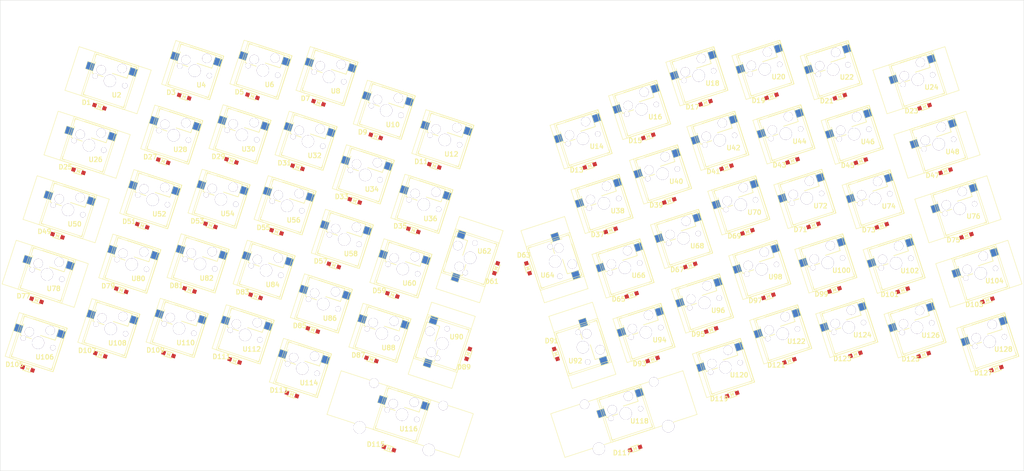
<source format=kicad_pcb>
(kicad_pcb (version 5) (host pcbnew 4.0.2-stable)
  (title_block (title GH60) (date "20 jan 2014") (rev B) (company "geekhack GH60 design team"))
  (layers (0 F.Cu signal) (31 B.Cu signal) (34 B.Paste user) (35 F.Paste user) (36 B.SilkS user) (37 F.SilkS user) (38 B.Mask user) (39 F.Mask user) (44 Edge.Cuts user))
  (net 6 "6")
  (net 70 "70")
  (net 10 "10")
  (net 74 "74")
  (net 14 "14")
  (net 78 "78")
  (net 18 "18")
  (net 82 "82")
  (net 38 "38")
  (net 42 "42")
  (net 46 "46")
  (net 50 "50")
  (net 7 "7")
  (net 71 "71")
  (net 11 "11")
  (net 75 "75")
  (net 15 "15")
  (net 79 "79")
  (net 19 "19")
  (net 83 "83")
  (net 39 "39")
  (net 43 "43")
  (net 47 "47")
  (net 51 "51")
  (net 8 "8")
  (net 72 "72")
  (net 12 "12")
  (net 76 "76")
  (net 16 "16")
  (net 80 "80")
  (net 20 "20")
  (net 40 "40")
  (net 44 "44")
  (net 48 "48")
  (net 52 "52")
  (net 9 "9")
  (net 73 "73")
  (net 13 "13")
  (net 77 "77")
  (net 17 "17")
  (net 81 "81")
  (net 21 "21")
  (net 41 "41")
  (net 45 "45")
  (net 49 "49")
  (net 53 "53")
  (net 2 "2")
  (net 22 "22")
  (net 26 "26")
  (net 30 "30")
  (net 34 "34")
  (net 54 "54")
  (net 58 "58")
  (net 62 "62")
  (net 66 "66")
  (net 3 "3")
  (net 23 "23")
  (net 27 "27")
  (net 31 "31")
  (net 35 "35")
  (net 55 "55")
  (net 59 "59")
  (net 63 "63")
  (net 67 "67")
  (net 4 "4")
  (net 24 "24")
  (net 28 "28")
  (net 32 "32")
  (net 36 "36")
  (net 56 "56")
  (net 60 "60")
  (net 64 "64")
  (net 68 "68")
  (net 1 "1")
  (net 5 "5")
  (net 25 "25")
  (net 29 "29")
  (net 33 "33")
  (net 37 "37")
  (net 57 "57")
  (net 61 "61")
  (net 65 "65")
  (net 69 "69")
  (module "D1" (layer F.Cu) (at 32.45383268938829 34.8156951692941 -18.0)
    (fp_text reference "D1" (at -4.499996999999993 7.105427357601002e-15 0) (layer F.SilkS) (effects (font (size 1.524 1.524) (thickness 0.3048))))
    (pad 2 smd rect (at 1.7000220000000184 0.0 -18.0) (size 1.2999973999999999 1.2999973999999999) (layers F.Cu F.Paste F.Mask) (net 49 "49"))
    (pad 1 smd rect (at -1.7000220000000041 0.0 -18.0) (size 1.2999973999999999 1.2999973999999999) (layers F.Cu F.Paste F.Mask) (net 27 "27"))
  )
  (module "U2" (layer F.Cu) (at 35.86994998639647 26.35687036894481 -18.0)
    (fp_text reference "U2" (at 3.4924999999999997 3.75 0) (layer F.SilkS) (effects (font (size 1.524 1.524) (thickness 0.3048))))
    (pad 1 smd rect (at 6.29 -5.08 -18.0) (size 2.55 2.5) (layers B.Cu B.Paste B.Mask) (net 9 "9"))
    (pad 2 smd rect (at -7.56 -2.54 -18.0) (size 2.55 2.5) (layers B.Cu B.Paste B.Mask) (net 27 "27"))
    (pad "" thru_hole circle (at 2.54 -5.08 -18.0) (size 3 3) (drill 3) (layers *.Cu *.Mask))
    (pad "" thru_hole circle (at -3.81 -2.54 -18.0) (size 3 3) (drill 3) (layers *.Cu *.Mask))
    (pad "" thru_hole circle (at 0 0 -18.0) (size 3.9878 3.9878) (drill 3.9878) (layers *.Cu *.Mask))
    (pad "" thru_hole circle (at 5.08 0 -18.0) (size 1.7018 1.7018) (drill 1.7018) (layers *.Cu *.Mask))
    (pad "" thru_hole circle (at -5.08 0 -18.0) (size 1.7018 1.7018) (drill 1.7018) (layers *.Cu *.Mask))
  )
  (module "D3" (layer F.Cu) (at 60.13001783192373 31.53309927015561 -18.0)
    (fp_text reference "D3" (at -4.499996999999993 7.105427357601002e-15 0) (layer F.SilkS) (effects (font (size 1.524 1.524) (thickness 0.3048))))
    (pad 2 smd rect (at 1.7000220000000184 0.0 -18.0) (size 1.2999973999999999 1.2999973999999999) (layers F.Cu F.Paste F.Mask) (net 49 "49"))
    (pad 1 smd rect (at -1.7000220000000041 0.0 -18.0) (size 1.2999973999999999 1.2999973999999999) (layers F.Cu F.Paste F.Mask) (net 32 "32"))
  )
  (module "U4" (layer F.Cu) (at 63.5461351289319 23.074274469806266 -18.0)
    (fp_text reference "U4" (at 3.4924999999999997 3.75 0) (layer F.SilkS) (effects (font (size 1.524 1.524) (thickness 0.3048))))
    (pad 1 smd rect (at 6.29 -5.08 -18.0) (size 2.55 2.5) (layers B.Cu B.Paste B.Mask) (net 65 "65"))
    (pad 2 smd rect (at -7.56 -2.54 -18.0) (size 2.55 2.5) (layers B.Cu B.Paste B.Mask) (net 32 "32"))
    (pad "" thru_hole circle (at 2.54 -5.08 -18.0) (size 3 3) (drill 3) (layers *.Cu *.Mask))
    (pad "" thru_hole circle (at -3.81 -2.54 -18.0) (size 3 3) (drill 3) (layers *.Cu *.Mask))
    (pad "" thru_hole circle (at 0 0 -18.0) (size 3.9878 3.9878) (drill 3.9878) (layers *.Cu *.Mask))
    (pad "" thru_hole circle (at 5.08 0 -18.0) (size 1.7018 1.7018) (drill 1.7018) (layers *.Cu *.Mask))
    (pad "" thru_hole circle (at -5.08 0 -18.0) (size 1.7018 1.7018) (drill 1.7018) (layers *.Cu *.Mask))
  )
  (module "D5" (layer F.Cu) (at 82.43768870714965 31.416220773475594 -18.0)
    (fp_text reference "D5" (at -4.499996999999993 7.105427357601002e-15 0) (layer F.SilkS) (effects (font (size 1.524 1.524) (thickness 0.3048))))
    (pad 2 smd rect (at 1.7000220000000184 0.0 -18.0) (size 1.2999973999999999 1.2999973999999999) (layers F.Cu F.Paste F.Mask) (net 49 "49"))
    (pad 1 smd rect (at -1.7000220000000041 0.0 -18.0) (size 1.2999973999999999 1.2999973999999999) (layers F.Cu F.Paste F.Mask) (net 16 "16"))
  )
  (module "U6" (layer F.Cu) (at 85.85380600415783 22.957395973126278 -18.0)
    (fp_text reference "U6" (at 3.4924999999999997 3.75 0) (layer F.SilkS) (effects (font (size 1.524 1.524) (thickness 0.3048))))
    (pad 1 smd rect (at 6.29 -5.08 -18.0) (size 2.55 2.5) (layers B.Cu B.Paste B.Mask) (net 83 "83"))
    (pad 2 smd rect (at -7.56 -2.54 -18.0) (size 2.55 2.5) (layers B.Cu B.Paste B.Mask) (net 16 "16"))
    (pad "" thru_hole circle (at 2.54 -5.08 -18.0) (size 3 3) (drill 3) (layers *.Cu *.Mask))
    (pad "" thru_hole circle (at -3.81 -2.54 -18.0) (size 3 3) (drill 3) (layers *.Cu *.Mask))
    (pad "" thru_hole circle (at 0 0 -18.0) (size 3.9878 3.9878) (drill 3.9878) (layers *.Cu *.Mask))
    (pad "" thru_hole circle (at 5.08 0 -18.0) (size 1.7018 1.7018) (drill 1.7018) (layers *.Cu *.Mask))
    (pad "" thru_hole circle (at -5.08 0 -18.0) (size 1.7018 1.7018) (drill 1.7018) (layers *.Cu *.Mask))
  )
  (module "D7" (layer F.Cu) (at 104.02384533422499 33.51993480016612 -18.0)
    (fp_text reference "D7" (at -4.499996999999993 7.105427357601002e-15 0) (layer F.SilkS) (effects (font (size 1.524 1.524) (thickness 0.3048))))
    (pad 2 smd rect (at 1.7000220000000184 0.0 -18.0) (size 1.2999973999999999 1.2999973999999999) (layers F.Cu F.Paste F.Mask) (net 49 "49"))
    (pad 1 smd rect (at -1.7000220000000041 0.0 -18.0) (size 1.2999973999999999 1.2999973999999999) (layers F.Cu F.Paste F.Mask) (net 53 "53"))
  )
  (module "U8" (layer F.Cu) (at 107.43996263123317 25.061109999816797 -18.0)
    (fp_text reference "U8" (at 3.4924999999999997 3.75 0) (layer F.SilkS) (effects (font (size 1.524 1.524) (thickness 0.3048))))
    (pad 1 smd rect (at 6.29 -5.08 -18.0) (size 2.55 2.5) (layers B.Cu B.Paste B.Mask) (net 20 "20"))
    (pad 2 smd rect (at -7.56 -2.54 -18.0) (size 2.55 2.5) (layers B.Cu B.Paste B.Mask) (net 53 "53"))
    (pad "" thru_hole circle (at 2.54 -5.08 -18.0) (size 3 3) (drill 3) (layers *.Cu *.Mask))
    (pad "" thru_hole circle (at -3.81 -2.54 -18.0) (size 3 3) (drill 3) (layers *.Cu *.Mask))
    (pad "" thru_hole circle (at 0 0 -18.0) (size 3.9878 3.9878) (drill 3.9878) (layers *.Cu *.Mask))
    (pad "" thru_hole circle (at 5.08 0 -18.0) (size 1.7018 1.7018) (drill 1.7018) (layers *.Cu *.Mask))
    (pad "" thru_hole circle (at -5.08 0 -18.0) (size 1.7018 1.7018) (drill 1.7018) (layers *.Cu *.Mask))
  )
  (module "D9" (layer F.Cu) (at 122.72394496869785 44.50601892033885 -18.0)
    (fp_text reference "D9" (at -4.499996999999993 7.105427357601002e-15 0) (layer F.SilkS) (effects (font (size 1.524 1.524) (thickness 0.3048))))
    (pad 2 smd rect (at 1.7000220000000184 0.0 -18.0) (size 1.2999973999999999 1.2999973999999999) (layers F.Cu F.Paste F.Mask) (net 49 "49"))
    (pad 1 smd rect (at -1.7000220000000041 0.0 -18.0) (size 1.2999973999999999 1.2999973999999999) (layers F.Cu F.Paste F.Mask) (net 1 "1"))
  )
  (module "U10" (layer F.Cu) (at 126.140062265706 36.047194119989506 -18.0)
    (fp_text reference "U10" (at 3.4924999999999997 3.75 0) (layer F.SilkS) (effects (font (size 1.524 1.524) (thickness 0.3048))))
    (pad 1 smd rect (at 6.29 -5.08 -18.0) (size 2.55 2.5) (layers B.Cu B.Paste B.Mask) (net 67 "67"))
    (pad 2 smd rect (at -7.56 -2.54 -18.0) (size 2.55 2.5) (layers B.Cu B.Paste B.Mask) (net 1 "1"))
    (pad "" thru_hole circle (at 2.54 -5.08 -18.0) (size 3 3) (drill 3) (layers *.Cu *.Mask))
    (pad "" thru_hole circle (at -3.81 -2.54 -18.0) (size 3 3) (drill 3) (layers *.Cu *.Mask))
    (pad "" thru_hole circle (at 0 0 -18.0) (size 3.9878 3.9878) (drill 3.9878) (layers *.Cu *.Mask))
    (pad "" thru_hole circle (at 5.08 0 -18.0) (size 1.7018 1.7018) (drill 1.7018) (layers *.Cu *.Mask))
    (pad "" thru_hole circle (at -5.08 0 -18.0) (size 1.7018 1.7018) (drill 1.7018) (layers *.Cu *.Mask))
  )
  (module "D11" (layer F.Cu) (at 141.86378531818167 54.13872028129654 -18.0)
    (fp_text reference "D11" (at -4.499996999999993 7.105427357601002e-15 0) (layer F.SilkS) (effects (font (size 1.524 1.524) (thickness 0.3048))))
    (pad 2 smd rect (at 1.7000220000000184 0.0 -18.0) (size 1.2999973999999999 1.2999973999999999) (layers F.Cu F.Paste F.Mask) (net 49 "49"))
    (pad 1 smd rect (at -1.7000220000000041 0.0 -18.0) (size 1.2999973999999999 1.2999973999999999) (layers F.Cu F.Paste F.Mask) (net 28 "28"))
  )
  (module "U12" (layer F.Cu) (at 145.27990261518985 45.67989548094724 -18.0)
    (fp_text reference "U12" (at 3.4924999999999997 3.75 0) (layer F.SilkS) (effects (font (size 1.524 1.524) (thickness 0.3048))))
    (pad 1 smd rect (at 6.29 -5.08 -18.0) (size 2.55 2.5) (layers B.Cu B.Paste B.Mask) (net 45 "45"))
    (pad 2 smd rect (at -7.56 -2.54 -18.0) (size 2.55 2.5) (layers B.Cu B.Paste B.Mask) (net 28 "28"))
    (pad "" thru_hole circle (at 2.54 -5.08 -18.0) (size 3 3) (drill 3) (layers *.Cu *.Mask))
    (pad "" thru_hole circle (at -3.81 -2.54 -18.0) (size 3 3) (drill 3) (layers *.Cu *.Mask))
    (pad "" thru_hole circle (at 0 0 -18.0) (size 3.9878 3.9878) (drill 3.9878) (layers *.Cu *.Mask))
    (pad "" thru_hole circle (at 5.08 0 -18.0) (size 1.7018 1.7018) (drill 1.7018) (layers *.Cu *.Mask))
    (pad "" thru_hole circle (at -5.08 0 -18.0) (size 1.7018 1.7018) (drill 1.7018) (layers *.Cu *.Mask))
  )
  (module "D13" (layer F.Cu) (at 192.65177217920788 54.13872028129653 18.0)
    (fp_text reference "D13" (at -4.499996999999993 7.105427357601002e-15 0) (layer F.SilkS) (effects (font (size 1.524 1.524) (thickness 0.3048))))
    (pad 2 smd rect (at 1.7000220000000184 0.0 18.0) (size 1.2999973999999999 1.2999973999999999) (layers F.Cu F.Paste F.Mask) (net 49 "49"))
    (pad 1 smd rect (at -1.7000220000000041 0.0 18.0) (size 1.2999973999999999 1.2999973999999999) (layers F.Cu F.Paste F.Mask) (net 52 "52"))
  )
  (module "U14" (layer F.Cu) (at 190.44349665789454 45.28744389809103 18.0)
    (fp_text reference "U14" (at 3.4924999999999997 3.75 0) (layer F.SilkS) (effects (font (size 1.524 1.524) (thickness 0.3048))))
    (pad 1 smd rect (at 6.29 -5.08 18.0) (size 2.55 2.5) (layers B.Cu B.Paste B.Mask) (net 71 "71"))
    (pad 2 smd rect (at -7.56 -2.54 18.0) (size 2.55 2.5) (layers B.Cu B.Paste B.Mask) (net 52 "52"))
    (pad "" thru_hole circle (at 2.54 -5.08 18.0) (size 3 3) (drill 3) (layers *.Cu *.Mask))
    (pad "" thru_hole circle (at -3.81 -2.54 18.0) (size 3 3) (drill 3) (layers *.Cu *.Mask))
    (pad "" thru_hole circle (at 0 0 18.0) (size 3.9878 3.9878) (drill 3.9878) (layers *.Cu *.Mask))
    (pad "" thru_hole circle (at 5.08 0 18.0) (size 1.7018 1.7018) (drill 1.7018) (layers *.Cu *.Mask))
    (pad "" thru_hole circle (at -5.08 0 18.0) (size 1.7018 1.7018) (drill 1.7018) (layers *.Cu *.Mask))
  )
  (module "D15" (layer F.Cu) (at 211.79161252869173 44.50601892033885 18.0)
    (fp_text reference "D15" (at -4.499996999999993 7.105427357601002e-15 0) (layer F.SilkS) (effects (font (size 1.524 1.524) (thickness 0.3048))))
    (pad 2 smd rect (at 1.7000220000000184 0.0 18.0) (size 1.2999973999999999 1.2999973999999999) (layers F.Cu F.Paste F.Mask) (net 49 "49"))
    (pad 1 smd rect (at -1.7000220000000041 0.0 18.0) (size 1.2999973999999999 1.2999973999999999) (layers F.Cu F.Paste F.Mask) (net 75 "75"))
  )
  (module "U16" (layer F.Cu) (at 209.58333700737836 35.65474253713332 18.0)
    (fp_text reference "U16" (at 3.4924999999999997 3.75 0) (layer F.SilkS) (effects (font (size 1.524 1.524) (thickness 0.3048))))
    (pad 1 smd rect (at 6.29 -5.08 18.0) (size 2.55 2.5) (layers B.Cu B.Paste B.Mask) (net 38 "38"))
    (pad 2 smd rect (at -7.56 -2.54 18.0) (size 2.55 2.5) (layers B.Cu B.Paste B.Mask) (net 75 "75"))
    (pad "" thru_hole circle (at 2.54 -5.08 18.0) (size 3 3) (drill 3) (layers *.Cu *.Mask))
    (pad "" thru_hole circle (at -3.81 -2.54 18.0) (size 3 3) (drill 3) (layers *.Cu *.Mask))
    (pad "" thru_hole circle (at 0 0 18.0) (size 3.9878 3.9878) (drill 3.9878) (layers *.Cu *.Mask))
    (pad "" thru_hole circle (at 5.08 0 18.0) (size 1.7018 1.7018) (drill 1.7018) (layers *.Cu *.Mask))
    (pad "" thru_hole circle (at -5.08 0 18.0) (size 1.7018 1.7018) (drill 1.7018) (layers *.Cu *.Mask))
  )
  (module "D17" (layer F.Cu) (at 230.49171216316455 33.51993480016612 18.0)
    (fp_text reference "D17" (at -4.499996999999993 7.105427357601002e-15 0) (layer F.SilkS) (effects (font (size 1.524 1.524) (thickness 0.3048))))
    (pad 2 smd rect (at 1.7000220000000184 0.0 18.0) (size 1.2999973999999999 1.2999973999999999) (layers F.Cu F.Paste F.Mask) (net 49 "49"))
    (pad 1 smd rect (at -1.7000220000000041 0.0 18.0) (size 1.2999973999999999 1.2999973999999999) (layers F.Cu F.Paste F.Mask) (net 21 "21"))
  )
  (module "U18" (layer F.Cu) (at 228.2834366418512 24.668658416960614 18.0)
    (fp_text reference "U18" (at 3.4924999999999997 3.75 0) (layer F.SilkS) (effects (font (size 1.524 1.524) (thickness 0.3048))))
    (pad 1 smd rect (at 6.29 -5.08 18.0) (size 2.55 2.5) (layers B.Cu B.Paste B.Mask) (net 81 "81"))
    (pad 2 smd rect (at -7.56 -2.54 18.0) (size 2.55 2.5) (layers B.Cu B.Paste B.Mask) (net 21 "21"))
    (pad "" thru_hole circle (at 2.54 -5.08 18.0) (size 3 3) (drill 3) (layers *.Cu *.Mask))
    (pad "" thru_hole circle (at -3.81 -2.54 18.0) (size 3 3) (drill 3) (layers *.Cu *.Mask))
    (pad "" thru_hole circle (at 0 0 18.0) (size 3.9878 3.9878) (drill 3.9878) (layers *.Cu *.Mask))
    (pad "" thru_hole circle (at 5.08 0 18.0) (size 1.7018 1.7018) (drill 1.7018) (layers *.Cu *.Mask))
    (pad "" thru_hole circle (at -5.08 0 18.0) (size 1.7018 1.7018) (drill 1.7018) (layers *.Cu *.Mask))
  )
  (module "D19" (layer F.Cu) (at 252.07786879023988 31.416220773475594 18.0)
    (fp_text reference "D19" (at -4.499996999999993 7.105427357601002e-15 0) (layer F.SilkS) (effects (font (size 1.524 1.524) (thickness 0.3048))))
    (pad 2 smd rect (at 1.7000220000000184 0.0 18.0) (size 1.2999973999999999 1.2999973999999999) (layers F.Cu F.Paste F.Mask) (net 49 "49"))
    (pad 1 smd rect (at -1.7000220000000041 0.0 18.0) (size 1.2999973999999999 1.2999973999999999) (layers F.Cu F.Paste F.Mask) (net 34 "34"))
  )
  (module "U20" (layer F.Cu) (at 249.86959326892656 22.564944390270096 18.0)
    (fp_text reference "U20" (at 3.4924999999999997 3.75 0) (layer F.SilkS) (effects (font (size 1.524 1.524) (thickness 0.3048))))
    (pad 1 smd rect (at 6.29 -5.08 18.0) (size 2.55 2.5) (layers B.Cu B.Paste B.Mask) (net 12 "12"))
    (pad 2 smd rect (at -7.56 -2.54 18.0) (size 2.55 2.5) (layers B.Cu B.Paste B.Mask) (net 34 "34"))
    (pad "" thru_hole circle (at 2.54 -5.08 18.0) (size 3 3) (drill 3) (layers *.Cu *.Mask))
    (pad "" thru_hole circle (at -3.81 -2.54 18.0) (size 3 3) (drill 3) (layers *.Cu *.Mask))
    (pad "" thru_hole circle (at 0 0 18.0) (size 3.9878 3.9878) (drill 3.9878) (layers *.Cu *.Mask))
    (pad "" thru_hole circle (at 5.08 0 18.0) (size 1.7018 1.7018) (drill 1.7018) (layers *.Cu *.Mask))
    (pad "" thru_hole circle (at -5.08 0 18.0) (size 1.7018 1.7018) (drill 1.7018) (layers *.Cu *.Mask))
  )
  (module "D21" (layer F.Cu) (at 274.38553966546584 31.53309927015558 18.0)
    (fp_text reference "D21" (at -4.499996999999993 7.105427357601002e-15 0) (layer F.SilkS) (effects (font (size 1.524 1.524) (thickness 0.3048))))
    (pad 2 smd rect (at 1.7000220000000184 0.0 18.0) (size 1.2999973999999999 1.2999973999999999) (layers F.Cu F.Paste F.Mask) (net 49 "49"))
    (pad 1 smd rect (at -1.7000220000000041 0.0 18.0) (size 1.2999973999999999 1.2999973999999999) (layers F.Cu F.Paste F.Mask) (net 66 "66"))
  )
  (module "U22" (layer F.Cu) (at 272.17726414415256 22.681822886950084 18.0)
    (fp_text reference "U22" (at 3.4924999999999997 3.75 0) (layer F.SilkS) (effects (font (size 1.524 1.524) (thickness 0.3048))))
    (pad 1 smd rect (at 6.29 -5.08 18.0) (size 2.55 2.5) (layers B.Cu B.Paste B.Mask) (net 47 "47"))
    (pad 2 smd rect (at -7.56 -2.54 18.0) (size 2.55 2.5) (layers B.Cu B.Paste B.Mask) (net 66 "66"))
    (pad "" thru_hole circle (at 2.54 -5.08 18.0) (size 3 3) (drill 3) (layers *.Cu *.Mask))
    (pad "" thru_hole circle (at -3.81 -2.54 18.0) (size 3 3) (drill 3) (layers *.Cu *.Mask))
    (pad "" thru_hole circle (at 0 0 18.0) (size 3.9878 3.9878) (drill 3.9878) (layers *.Cu *.Mask))
    (pad "" thru_hole circle (at 5.08 0 18.0) (size 1.7018 1.7018) (drill 1.7018) (layers *.Cu *.Mask))
    (pad "" thru_hole circle (at -5.08 0 18.0) (size 1.7018 1.7018) (drill 1.7018) (layers *.Cu *.Mask))
  )
  (module "D23" (layer F.Cu) (at 302.06172480800126 34.8156951692941 18.0)
    (fp_text reference "D23" (at -4.499996999999993 7.105427357601002e-15 0) (layer F.SilkS) (effects (font (size 1.524 1.524) (thickness 0.3048))))
    (pad 2 smd rect (at 1.7000220000000184 0.0 18.0) (size 1.2999973999999999 1.2999973999999999) (layers F.Cu F.Paste F.Mask) (net 49 "49"))
    (pad 1 smd rect (at -1.7000220000000041 0.0 18.0) (size 1.2999973999999999 1.2999973999999999) (layers F.Cu F.Paste F.Mask) (net 10 "10"))
  )
  (module "U24" (layer F.Cu) (at 299.853449286688 25.9644187860886 18.0)
    (fp_text reference "U24" (at 3.4924999999999997 3.75 0) (layer F.SilkS) (effects (font (size 1.524 1.524) (thickness 0.3048))))
    (pad 1 smd rect (at 6.29 -5.08 18.0) (size 2.55 2.5) (layers B.Cu B.Paste B.Mask) (net 26 "26"))
    (pad 2 smd rect (at -7.56 -2.54 18.0) (size 2.55 2.5) (layers B.Cu B.Paste B.Mask) (net 10 "10"))
    (pad "" thru_hole circle (at 2.54 -5.08 18.0) (size 3 3) (drill 3) (layers *.Cu *.Mask))
    (pad "" thru_hole circle (at -3.81 -2.54 18.0) (size 3 3) (drill 3) (layers *.Cu *.Mask))
    (pad "" thru_hole circle (at 0 0 18.0) (size 3.9878 3.9878) (drill 3.9878) (layers *.Cu *.Mask))
    (pad "" thru_hole circle (at 5.08 0 18.0) (size 1.7018 1.7018) (drill 1.7018) (layers *.Cu *.Mask))
    (pad "" thru_hole circle (at -5.08 0 18.0) (size 1.7018 1.7018) (drill 1.7018) (layers *.Cu *.Mask))
  )
  (module "D25" (layer F.Cu) (at 25.60286564921072 55.9008036425789 -18.0)
    (fp_text reference "D25" (at -4.499996999999993 7.105427357601002e-15 0) (layer F.SilkS) (effects (font (size 1.524 1.524) (thickness 0.3048))))
    (pad 2 smd rect (at 1.7000220000000184 0.0 -18.0) (size 1.2999973999999999 1.2999973999999999) (layers F.Cu F.Paste F.Mask) (net 31 "31"))
    (pad 1 smd rect (at -1.7000220000000041 0.0 -18.0) (size 1.2999973999999999 1.2999973999999999) (layers F.Cu F.Paste F.Mask) (net 4 "4"))
  )
  (module "U26" (layer F.Cu) (at 29.018982946218898 47.44197884222957 -18.0)
    (fp_text reference "U26" (at 3.4924999999999997 3.75 0) (layer F.SilkS) (effects (font (size 1.524 1.524) (thickness 0.3048))))
    (pad 1 smd rect (at 6.29 -5.08 -18.0) (size 2.55 2.5) (layers B.Cu B.Paste B.Mask) (net 9 "9"))
    (pad 2 smd rect (at -7.56 -2.54 -18.0) (size 2.55 2.5) (layers B.Cu B.Paste B.Mask) (net 4 "4"))
    (pad "" thru_hole circle (at 2.54 -5.08 -18.0) (size 3 3) (drill 3) (layers *.Cu *.Mask))
    (pad "" thru_hole circle (at -3.81 -2.54 -18.0) (size 3 3) (drill 3) (layers *.Cu *.Mask))
    (pad "" thru_hole circle (at 0 0 -18.0) (size 3.9878 3.9878) (drill 3.9878) (layers *.Cu *.Mask))
    (pad "" thru_hole circle (at 5.08 0 -18.0) (size 1.7018 1.7018) (drill 1.7018) (layers *.Cu *.Mask))
    (pad "" thru_hole circle (at -5.08 0 -18.0) (size 1.7018 1.7018) (drill 1.7018) (layers *.Cu *.Mask))
  )
  (module "D27" (layer F.Cu) (at 53.27905079174616 52.61820774344038 -18.0)
    (fp_text reference "D27" (at -4.499996999999993 7.105427357601002e-15 0) (layer F.SilkS) (effects (font (size 1.524 1.524) (thickness 0.3048))))
    (pad 2 smd rect (at 1.7000220000000184 0.0 -18.0) (size 1.2999973999999999 1.2999973999999999) (layers F.Cu F.Paste F.Mask) (net 31 "31"))
    (pad 1 smd rect (at -1.7000220000000041 0.0 -18.0) (size 1.2999973999999999 1.2999973999999999) (layers F.Cu F.Paste F.Mask) (net 8 "8"))
  )
  (module "U28" (layer F.Cu) (at 56.69516808875434 44.15938294309103 -18.0)
    (fp_text reference "U28" (at 3.4924999999999997 3.75 0) (layer F.SilkS) (effects (font (size 1.524 1.524) (thickness 0.3048))))
    (pad 1 smd rect (at 6.29 -5.08 -18.0) (size 2.55 2.5) (layers B.Cu B.Paste B.Mask) (net 65 "65"))
    (pad 2 smd rect (at -7.56 -2.54 -18.0) (size 2.55 2.5) (layers B.Cu B.Paste B.Mask) (net 8 "8"))
    (pad "" thru_hole circle (at 2.54 -5.08 -18.0) (size 3 3) (drill 3) (layers *.Cu *.Mask))
    (pad "" thru_hole circle (at -3.81 -2.54 -18.0) (size 3 3) (drill 3) (layers *.Cu *.Mask))
    (pad "" thru_hole circle (at 0 0 -18.0) (size 3.9878 3.9878) (drill 3.9878) (layers *.Cu *.Mask))
    (pad "" thru_hole circle (at 5.08 0 -18.0) (size 1.7018 1.7018) (drill 1.7018) (layers *.Cu *.Mask))
    (pad "" thru_hole circle (at -5.08 0 -18.0) (size 1.7018 1.7018) (drill 1.7018) (layers *.Cu *.Mask))
  )
  (module "D29" (layer F.Cu) (at 75.5867216669721 52.50132924676036 -18.0)
    (fp_text reference "D29" (at -4.499996999999993 7.105427357601002e-15 0) (layer F.SilkS) (effects (font (size 1.524 1.524) (thickness 0.3048))))
    (pad 2 smd rect (at 1.7000220000000184 0.0 -18.0) (size 1.2999973999999999 1.2999973999999999) (layers F.Cu F.Paste F.Mask) (net 31 "31"))
    (pad 1 smd rect (at -1.7000220000000041 0.0 -18.0) (size 1.2999973999999999 1.2999973999999999) (layers F.Cu F.Paste F.Mask) (net 36 "36"))
  )
  (module "U30" (layer F.Cu) (at 79.00283896398027 44.042504446411044 -18.0)
    (fp_text reference "U30" (at 3.4924999999999997 3.75 0) (layer F.SilkS) (effects (font (size 1.524 1.524) (thickness 0.3048))))
    (pad 1 smd rect (at 6.29 -5.08 -18.0) (size 2.55 2.5) (layers B.Cu B.Paste B.Mask) (net 83 "83"))
    (pad 2 smd rect (at -7.56 -2.54 -18.0) (size 2.55 2.5) (layers B.Cu B.Paste B.Mask) (net 36 "36"))
    (pad "" thru_hole circle (at 2.54 -5.08 -18.0) (size 3 3) (drill 3) (layers *.Cu *.Mask))
    (pad "" thru_hole circle (at -3.81 -2.54 -18.0) (size 3 3) (drill 3) (layers *.Cu *.Mask))
    (pad "" thru_hole circle (at 0 0 -18.0) (size 3.9878 3.9878) (drill 3.9878) (layers *.Cu *.Mask))
    (pad "" thru_hole circle (at 5.08 0 -18.0) (size 1.7018 1.7018) (drill 1.7018) (layers *.Cu *.Mask))
    (pad "" thru_hole circle (at -5.08 0 -18.0) (size 1.7018 1.7018) (drill 1.7018) (layers *.Cu *.Mask))
  )
  (module "D31" (layer F.Cu) (at 97.17287829404744 54.605043273450896 -18.0)
    (fp_text reference "D31" (at -4.499996999999993 7.105427357601002e-15 0) (layer F.SilkS) (effects (font (size 1.524 1.524) (thickness 0.3048))))
    (pad 2 smd rect (at 1.7000220000000184 0.0 -18.0) (size 1.2999973999999999 1.2999973999999999) (layers F.Cu F.Paste F.Mask) (net 31 "31"))
    (pad 1 smd rect (at -1.7000220000000041 0.0 -18.0) (size 1.2999973999999999 1.2999973999999999) (layers F.Cu F.Paste F.Mask) (net 55 "55"))
  )
  (module "U32" (layer F.Cu) (at 100.58899559105562 46.14621847310157 -18.0)
    (fp_text reference "U32" (at 3.4924999999999997 3.75 0) (layer F.SilkS) (effects (font (size 1.524 1.524) (thickness 0.3048))))
    (pad 1 smd rect (at 6.29 -5.08 -18.0) (size 2.55 2.5) (layers B.Cu B.Paste B.Mask) (net 20 "20"))
    (pad 2 smd rect (at -7.56 -2.54 -18.0) (size 2.55 2.5) (layers B.Cu B.Paste B.Mask) (net 55 "55"))
    (pad "" thru_hole circle (at 2.54 -5.08 -18.0) (size 3 3) (drill 3) (layers *.Cu *.Mask))
    (pad "" thru_hole circle (at -3.81 -2.54 -18.0) (size 3 3) (drill 3) (layers *.Cu *.Mask))
    (pad "" thru_hole circle (at 0 0 -18.0) (size 3.9878 3.9878) (drill 3.9878) (layers *.Cu *.Mask))
    (pad "" thru_hole circle (at 5.08 0 -18.0) (size 1.7018 1.7018) (drill 1.7018) (layers *.Cu *.Mask))
    (pad "" thru_hole circle (at -5.08 0 -18.0) (size 1.7018 1.7018) (drill 1.7018) (layers *.Cu *.Mask))
  )
  (module "D33" (layer F.Cu) (at 115.87297792852027 65.59112739362362 -18.0)
    (fp_text reference "D33" (at -4.499996999999993 7.105427357601002e-15 0) (layer F.SilkS) (effects (font (size 1.524 1.524) (thickness 0.3048))))
    (pad 2 smd rect (at 1.7000220000000184 0.0 -18.0) (size 1.2999973999999999 1.2999973999999999) (layers F.Cu F.Paste F.Mask) (net 31 "31"))
    (pad 1 smd rect (at -1.7000220000000041 0.0 -18.0) (size 1.2999973999999999 1.2999973999999999) (layers F.Cu F.Paste F.Mask) (net 7 "7"))
  )
  (module "U34" (layer F.Cu) (at 119.28909522552846 57.13230259327429 -18.0)
    (fp_text reference "U34" (at 3.4924999999999997 3.75 0) (layer F.SilkS) (effects (font (size 1.524 1.524) (thickness 0.3048))))
    (pad 1 smd rect (at 6.29 -5.08 -18.0) (size 2.55 2.5) (layers B.Cu B.Paste B.Mask) (net 67 "67"))
    (pad 2 smd rect (at -7.56 -2.54 -18.0) (size 2.55 2.5) (layers B.Cu B.Paste B.Mask) (net 7 "7"))
    (pad "" thru_hole circle (at 2.54 -5.08 -18.0) (size 3 3) (drill 3) (layers *.Cu *.Mask))
    (pad "" thru_hole circle (at -3.81 -2.54 -18.0) (size 3 3) (drill 3) (layers *.Cu *.Mask))
    (pad "" thru_hole circle (at 0 0 -18.0) (size 3.9878 3.9878) (drill 3.9878) (layers *.Cu *.Mask))
    (pad "" thru_hole circle (at 5.08 0 -18.0) (size 1.7018 1.7018) (drill 1.7018) (layers *.Cu *.Mask))
    (pad "" thru_hole circle (at -5.08 0 -18.0) (size 1.7018 1.7018) (drill 1.7018) (layers *.Cu *.Mask))
  )
  (module "D35" (layer F.Cu) (at 135.01281827800412 75.22382875458132 -18.0)
    (fp_text reference "D35" (at -4.499996999999993 7.105427357601002e-15 0) (layer F.SilkS) (effects (font (size 1.524 1.524) (thickness 0.3048))))
    (pad 2 smd rect (at 1.7000220000000184 0.0 -18.0) (size 1.2999973999999999 1.2999973999999999) (layers F.Cu F.Paste F.Mask) (net 31 "31"))
    (pad 1 smd rect (at -1.7000220000000041 0.0 -18.0) (size 1.2999973999999999 1.2999973999999999) (layers F.Cu F.Paste F.Mask) (net 14 "14"))
  )
  (module "U36" (layer F.Cu) (at 138.42893557501225 66.765003954232 -18.0)
    (fp_text reference "U36" (at 3.4924999999999997 3.75 0) (layer F.SilkS) (effects (font (size 1.524 1.524) (thickness 0.3048))))
    (pad 1 smd rect (at 6.29 -5.08 -18.0) (size 2.55 2.5) (layers B.Cu B.Paste B.Mask) (net 45 "45"))
    (pad 2 smd rect (at -7.56 -2.54 -18.0) (size 2.55 2.5) (layers B.Cu B.Paste B.Mask) (net 14 "14"))
    (pad "" thru_hole circle (at 2.54 -5.08 -18.0) (size 3 3) (drill 3) (layers *.Cu *.Mask))
    (pad "" thru_hole circle (at -3.81 -2.54 -18.0) (size 3 3) (drill 3) (layers *.Cu *.Mask))
    (pad "" thru_hole circle (at 0 0 -18.0) (size 3.9878 3.9878) (drill 3.9878) (layers *.Cu *.Mask))
    (pad "" thru_hole circle (at 5.08 0 -18.0) (size 1.7018 1.7018) (drill 1.7018) (layers *.Cu *.Mask))
    (pad "" thru_hole circle (at -5.08 0 -18.0) (size 1.7018 1.7018) (drill 1.7018) (layers *.Cu *.Mask))
  )
  (module "D37" (layer F.Cu) (at 199.50273921938546 75.2238287545813 18.0)
    (fp_text reference "D37" (at -4.499996999999993 7.105427357601002e-15 0) (layer F.SilkS) (effects (font (size 1.524 1.524) (thickness 0.3048))))
    (pad 2 smd rect (at 1.7000220000000184 0.0 18.0) (size 1.2999973999999999 1.2999973999999999) (layers F.Cu F.Paste F.Mask) (net 31 "31"))
    (pad 1 smd rect (at -1.7000220000000041 0.0 18.0) (size 1.2999973999999999 1.2999973999999999) (layers F.Cu F.Paste F.Mask) (net 29 "29"))
  )
  (module "U38" (layer F.Cu) (at 197.2944636980721 66.3725523713758 18.0)
    (fp_text reference "U38" (at 3.4924999999999997 3.75 0) (layer F.SilkS) (effects (font (size 1.524 1.524) (thickness 0.3048))))
    (pad 1 smd rect (at 6.29 -5.08 18.0) (size 2.55 2.5) (layers B.Cu B.Paste B.Mask) (net 71 "71"))
    (pad 2 smd rect (at -7.56 -2.54 18.0) (size 2.55 2.5) (layers B.Cu B.Paste B.Mask) (net 29 "29"))
    (pad "" thru_hole circle (at 2.54 -5.08 18.0) (size 3 3) (drill 3) (layers *.Cu *.Mask))
    (pad "" thru_hole circle (at -3.81 -2.54 18.0) (size 3 3) (drill 3) (layers *.Cu *.Mask))
    (pad "" thru_hole circle (at 0 0 18.0) (size 3.9878 3.9878) (drill 3.9878) (layers *.Cu *.Mask))
    (pad "" thru_hole circle (at 5.08 0 18.0) (size 1.7018 1.7018) (drill 1.7018) (layers *.Cu *.Mask))
    (pad "" thru_hole circle (at -5.08 0 18.0) (size 1.7018 1.7018) (drill 1.7018) (layers *.Cu *.Mask))
  )
  (module "D39" (layer F.Cu) (at 218.6425795688693 65.59112739362361 18.0)
    (fp_text reference "D39" (at -4.499996999999993 7.105427357601002e-15 0) (layer F.SilkS) (effects (font (size 1.524 1.524) (thickness 0.3048))))
    (pad 2 smd rect (at 1.7000220000000184 0.0 18.0) (size 1.2999973999999999 1.2999973999999999) (layers F.Cu F.Paste F.Mask) (net 31 "31"))
    (pad 1 smd rect (at -1.7000220000000041 0.0 18.0) (size 1.2999973999999999 1.2999973999999999) (layers F.Cu F.Paste F.Mask) (net 51 "51"))
  )
  (module "U40" (layer F.Cu) (at 216.43430404755594 56.73985101041809 18.0)
    (fp_text reference "U40" (at 3.4924999999999997 3.75 0) (layer F.SilkS) (effects (font (size 1.524 1.524) (thickness 0.3048))))
    (pad 1 smd rect (at 6.29 -5.08 18.0) (size 2.55 2.5) (layers B.Cu B.Paste B.Mask) (net 38 "38"))
    (pad 2 smd rect (at -7.56 -2.54 18.0) (size 2.55 2.5) (layers B.Cu B.Paste B.Mask) (net 51 "51"))
    (pad "" thru_hole circle (at 2.54 -5.08 18.0) (size 3 3) (drill 3) (layers *.Cu *.Mask))
    (pad "" thru_hole circle (at -3.81 -2.54 18.0) (size 3 3) (drill 3) (layers *.Cu *.Mask))
    (pad "" thru_hole circle (at 0 0 18.0) (size 3.9878 3.9878) (drill 3.9878) (layers *.Cu *.Mask))
    (pad "" thru_hole circle (at 5.08 0 18.0) (size 1.7018 1.7018) (drill 1.7018) (layers *.Cu *.Mask))
    (pad "" thru_hole circle (at -5.08 0 18.0) (size 1.7018 1.7018) (drill 1.7018) (layers *.Cu *.Mask))
  )
  (module "D41" (layer F.Cu) (at 237.34267920334213 54.605043273450896 18.0)
    (fp_text reference "D41" (at -4.499996999999993 7.105427357601002e-15 0) (layer F.SilkS) (effects (font (size 1.524 1.524) (thickness 0.3048))))
    (pad 2 smd rect (at 1.7000220000000184 0.0 18.0) (size 1.2999973999999999 1.2999973999999999) (layers F.Cu F.Paste F.Mask) (net 31 "31"))
    (pad 1 smd rect (at -1.7000220000000041 0.0 18.0) (size 1.2999973999999999 1.2999973999999999) (layers F.Cu F.Paste F.Mask) (net 70 "70"))
  )
  (module "U42" (layer F.Cu) (at 235.13440368202876 45.75376689024539 18.0)
    (fp_text reference "U42" (at 3.4924999999999997 3.75 0) (layer F.SilkS) (effects (font (size 1.524 1.524) (thickness 0.3048))))
    (pad 1 smd rect (at 6.29 -5.08 18.0) (size 2.55 2.5) (layers B.Cu B.Paste B.Mask) (net 81 "81"))
    (pad 2 smd rect (at -7.56 -2.54 18.0) (size 2.55 2.5) (layers B.Cu B.Paste B.Mask) (net 70 "70"))
    (pad "" thru_hole circle (at 2.54 -5.08 18.0) (size 3 3) (drill 3) (layers *.Cu *.Mask))
    (pad "" thru_hole circle (at -3.81 -2.54 18.0) (size 3 3) (drill 3) (layers *.Cu *.Mask))
    (pad "" thru_hole circle (at 0 0 18.0) (size 3.9878 3.9878) (drill 3.9878) (layers *.Cu *.Mask))
    (pad "" thru_hole circle (at 5.08 0 18.0) (size 1.7018 1.7018) (drill 1.7018) (layers *.Cu *.Mask))
    (pad "" thru_hole circle (at -5.08 0 18.0) (size 1.7018 1.7018) (drill 1.7018) (layers *.Cu *.Mask))
  )
  (module "D43" (layer F.Cu) (at 258.9288358304174 52.50132924676036 18.0)
    (fp_text reference "D43" (at -4.499996999999993 7.105427357601002e-15 0) (layer F.SilkS) (effects (font (size 1.524 1.524) (thickness 0.3048))))
    (pad 2 smd rect (at 1.7000220000000184 0.0 18.0) (size 1.2999973999999999 1.2999973999999999) (layers F.Cu F.Paste F.Mask) (net 31 "31"))
    (pad 1 smd rect (at -1.7000220000000041 0.0 18.0) (size 1.2999973999999999 1.2999973999999999) (layers F.Cu F.Paste F.Mask) (net 35 "35"))
  )
  (module "U44" (layer F.Cu) (at 256.72056030910414 43.65005286355486 18.0)
    (fp_text reference "U44" (at 3.4924999999999997 3.75 0) (layer F.SilkS) (effects (font (size 1.524 1.524) (thickness 0.3048))))
    (pad 1 smd rect (at 6.29 -5.08 18.0) (size 2.55 2.5) (layers B.Cu B.Paste B.Mask) (net 12 "12"))
    (pad 2 smd rect (at -7.56 -2.54 18.0) (size 2.55 2.5) (layers B.Cu B.Paste B.Mask) (net 35 "35"))
    (pad "" thru_hole circle (at 2.54 -5.08 18.0) (size 3 3) (drill 3) (layers *.Cu *.Mask))
    (pad "" thru_hole circle (at -3.81 -2.54 18.0) (size 3 3) (drill 3) (layers *.Cu *.Mask))
    (pad "" thru_hole circle (at 0 0 18.0) (size 3.9878 3.9878) (drill 3.9878) (layers *.Cu *.Mask))
    (pad "" thru_hole circle (at 5.08 0 18.0) (size 1.7018 1.7018) (drill 1.7018) (layers *.Cu *.Mask))
    (pad "" thru_hole circle (at -5.08 0 18.0) (size 1.7018 1.7018) (drill 1.7018) (layers *.Cu *.Mask))
  )
  (module "D45" (layer F.Cu) (at 281.2365067056434 52.61820774344035 18.0)
    (fp_text reference "D45" (at -4.499996999999993 7.105427357601002e-15 0) (layer F.SilkS) (effects (font (size 1.524 1.524) (thickness 0.3048))))
    (pad 2 smd rect (at 1.7000220000000184 0.0 18.0) (size 1.2999973999999999 1.2999973999999999) (layers F.Cu F.Paste F.Mask) (net 31 "31"))
    (pad 1 smd rect (at -1.7000220000000041 0.0 18.0) (size 1.2999973999999999 1.2999973999999999) (layers F.Cu F.Paste F.Mask) (net 5 "5"))
  )
  (module "U46" (layer F.Cu) (at 279.0282311843301 43.76693136023485 18.0)
    (fp_text reference "U46" (at 3.4924999999999997 3.75 0) (layer F.SilkS) (effects (font (size 1.524 1.524) (thickness 0.3048))))
    (pad 1 smd rect (at 6.29 -5.08 18.0) (size 2.55 2.5) (layers B.Cu B.Paste B.Mask) (net 47 "47"))
    (pad 2 smd rect (at -7.56 -2.54 18.0) (size 2.55 2.5) (layers B.Cu B.Paste B.Mask) (net 5 "5"))
    (pad "" thru_hole circle (at 2.54 -5.08 18.0) (size 3 3) (drill 3) (layers *.Cu *.Mask))
    (pad "" thru_hole circle (at -3.81 -2.54 18.0) (size 3 3) (drill 3) (layers *.Cu *.Mask))
    (pad "" thru_hole circle (at 0 0 18.0) (size 3.9878 3.9878) (drill 3.9878) (layers *.Cu *.Mask))
    (pad "" thru_hole circle (at 5.08 0 18.0) (size 1.7018 1.7018) (drill 1.7018) (layers *.Cu *.Mask))
    (pad "" thru_hole circle (at -5.08 0 18.0) (size 1.7018 1.7018) (drill 1.7018) (layers *.Cu *.Mask))
  )
  (module "D47" (layer F.Cu) (at 308.91269184817884 55.9008036425789 18.0)
    (fp_text reference "D47" (at -4.499996999999993 7.105427357601002e-15 0) (layer F.SilkS) (effects (font (size 1.524 1.524) (thickness 0.3048))))
    (pad 2 smd rect (at 1.7000220000000184 0.0 18.0) (size 1.2999973999999999 1.2999973999999999) (layers F.Cu F.Paste F.Mask) (net 31 "31"))
    (pad 1 smd rect (at -1.7000220000000041 0.0 18.0) (size 1.2999973999999999 1.2999973999999999) (layers F.Cu F.Paste F.Mask) (net 13 "13"))
  )
  (module "U48" (layer F.Cu) (at 306.7044163268655 47.04952725937337 18.0)
    (fp_text reference "U48" (at 3.4924999999999997 3.75 0) (layer F.SilkS) (effects (font (size 1.524 1.524) (thickness 0.3048))))
    (pad 1 smd rect (at 6.29 -5.08 18.0) (size 2.55 2.5) (layers B.Cu B.Paste B.Mask) (net 26 "26"))
    (pad 2 smd rect (at -7.56 -2.54 18.0) (size 2.55 2.5) (layers B.Cu B.Paste B.Mask) (net 13 "13"))
    (pad "" thru_hole circle (at 2.54 -5.08 18.0) (size 3 3) (drill 3) (layers *.Cu *.Mask))
    (pad "" thru_hole circle (at -3.81 -2.54 18.0) (size 3 3) (drill 3) (layers *.Cu *.Mask))
    (pad "" thru_hole circle (at 0 0 18.0) (size 3.9878 3.9878) (drill 3.9878) (layers *.Cu *.Mask))
    (pad "" thru_hole circle (at 5.08 0 18.0) (size 1.7018 1.7018) (drill 1.7018) (layers *.Cu *.Mask))
    (pad "" thru_hole circle (at -5.08 0 18.0) (size 1.7018 1.7018) (drill 1.7018) (layers *.Cu *.Mask))
  )
  (module "D49" (layer F.Cu) (at 18.75189860903315 76.98591211586367 -18.0)
    (fp_text reference "D49" (at -4.499996999999993 7.105427357601002e-15 0) (layer F.SilkS) (effects (font (size 1.524 1.524) (thickness 0.3048))))
    (pad 2 smd rect (at 1.7000220000000184 0.0 -18.0) (size 1.2999973999999999 1.2999973999999999) (layers F.Cu F.Paste F.Mask) (net 58 "58"))
    (pad 1 smd rect (at -1.7000220000000041 0.0 -18.0) (size 1.2999973999999999 1.2999973999999999) (layers F.Cu F.Paste F.Mask) (net 30 "30"))
  )
  (module "U50" (layer F.Cu) (at 22.168015906041333 68.52708731551435 -18.0)
    (fp_text reference "U50" (at 3.4924999999999997 3.75 0) (layer F.SilkS) (effects (font (size 1.524 1.524) (thickness 0.3048))))
    (pad 1 smd rect (at 6.29 -5.08 -18.0) (size 2.55 2.5) (layers B.Cu B.Paste B.Mask) (net 9 "9"))
    (pad 2 smd rect (at -7.56 -2.54 -18.0) (size 2.55 2.5) (layers B.Cu B.Paste B.Mask) (net 30 "30"))
    (pad "" thru_hole circle (at 2.54 -5.08 -18.0) (size 3 3) (drill 3) (layers *.Cu *.Mask))
    (pad "" thru_hole circle (at -3.81 -2.54 -18.0) (size 3 3) (drill 3) (layers *.Cu *.Mask))
    (pad "" thru_hole circle (at 0 0 -18.0) (size 3.9878 3.9878) (drill 3.9878) (layers *.Cu *.Mask))
    (pad "" thru_hole circle (at 5.08 0 -18.0) (size 1.7018 1.7018) (drill 1.7018) (layers *.Cu *.Mask))
    (pad "" thru_hole circle (at -5.08 0 -18.0) (size 1.7018 1.7018) (drill 1.7018) (layers *.Cu *.Mask))
  )
  (module "D51" (layer F.Cu) (at 46.428083751568586 73.70331621672516 -18.0)
    (fp_text reference "D51" (at -4.499996999999993 7.105427357601002e-15 0) (layer F.SilkS) (effects (font (size 1.524 1.524) (thickness 0.3048))))
    (pad 2 smd rect (at 1.7000220000000184 0.0 -18.0) (size 1.2999973999999999 1.2999973999999999) (layers F.Cu F.Paste F.Mask) (net 58 "58"))
    (pad 1 smd rect (at -1.7000220000000041 0.0 -18.0) (size 1.2999973999999999 1.2999973999999999) (layers F.Cu F.Paste F.Mask) (net 43 "43"))
  )
  (module "U52" (layer F.Cu) (at 49.84420104857677 65.24449141637582 -18.0)
    (fp_text reference "U52" (at 3.4924999999999997 3.75 0) (layer F.SilkS) (effects (font (size 1.524 1.524) (thickness 0.3048))))
    (pad 1 smd rect (at 6.29 -5.08 -18.0) (size 2.55 2.5) (layers B.Cu B.Paste B.Mask) (net 65 "65"))
    (pad 2 smd rect (at -7.56 -2.54 -18.0) (size 2.55 2.5) (layers B.Cu B.Paste B.Mask) (net 43 "43"))
    (pad "" thru_hole circle (at 2.54 -5.08 -18.0) (size 3 3) (drill 3) (layers *.Cu *.Mask))
    (pad "" thru_hole circle (at -3.81 -2.54 -18.0) (size 3 3) (drill 3) (layers *.Cu *.Mask))
    (pad "" thru_hole circle (at 0 0 -18.0) (size 3.9878 3.9878) (drill 3.9878) (layers *.Cu *.Mask))
    (pad "" thru_hole circle (at 5.08 0 -18.0) (size 1.7018 1.7018) (drill 1.7018) (layers *.Cu *.Mask))
    (pad "" thru_hole circle (at -5.08 0 -18.0) (size 1.7018 1.7018) (drill 1.7018) (layers *.Cu *.Mask))
  )
  (module "D53" (layer F.Cu) (at 68.73575462679453 73.58643772004513 -18.0)
    (fp_text reference "D53" (at -4.499996999999993 7.105427357601002e-15 0) (layer F.SilkS) (effects (font (size 1.524 1.524) (thickness 0.3048))))
    (pad 2 smd rect (at 1.7000220000000184 0.0 -18.0) (size 1.2999973999999999 1.2999973999999999) (layers F.Cu F.Paste F.Mask) (net 58 "58"))
    (pad 1 smd rect (at -1.7000220000000041 0.0 -18.0) (size 1.2999973999999999 1.2999973999999999) (layers F.Cu F.Paste F.Mask) (net 59 "59"))
  )
  (module "U54" (layer F.Cu) (at 72.1518719238027 65.12761291969582 -18.0)
    (fp_text reference "U54" (at 3.4924999999999997 3.75 0) (layer F.SilkS) (effects (font (size 1.524 1.524) (thickness 0.3048))))
    (pad 1 smd rect (at 6.29 -5.08 -18.0) (size 2.55 2.5) (layers B.Cu B.Paste B.Mask) (net 83 "83"))
    (pad 2 smd rect (at -7.56 -2.54 -18.0) (size 2.55 2.5) (layers B.Cu B.Paste B.Mask) (net 59 "59"))
    (pad "" thru_hole circle (at 2.54 -5.08 -18.0) (size 3 3) (drill 3) (layers *.Cu *.Mask))
    (pad "" thru_hole circle (at -3.81 -2.54 -18.0) (size 3 3) (drill 3) (layers *.Cu *.Mask))
    (pad "" thru_hole circle (at 0 0 -18.0) (size 3.9878 3.9878) (drill 3.9878) (layers *.Cu *.Mask))
    (pad "" thru_hole circle (at 5.08 0 -18.0) (size 1.7018 1.7018) (drill 1.7018) (layers *.Cu *.Mask))
    (pad "" thru_hole circle (at -5.08 0 -18.0) (size 1.7018 1.7018) (drill 1.7018) (layers *.Cu *.Mask))
  )
  (module "D55" (layer F.Cu) (at 90.32191125386986 75.69015174673567 -18.0)
    (fp_text reference "D55" (at -4.499996999999993 7.105427357601002e-15 0) (layer F.SilkS) (effects (font (size 1.524 1.524) (thickness 0.3048))))
    (pad 2 smd rect (at 1.7000220000000184 0.0 -18.0) (size 1.2999973999999999 1.2999973999999999) (layers F.Cu F.Paste F.Mask) (net 58 "58"))
    (pad 1 smd rect (at -1.7000220000000041 0.0 -18.0) (size 1.2999973999999999 1.2999973999999999) (layers F.Cu F.Paste F.Mask) (net 73 "73"))
  )
  (module "U56" (layer F.Cu) (at 93.73802855087803 67.23132694638633 -18.0)
    (fp_text reference "U56" (at 3.4924999999999997 3.75 0) (layer F.SilkS) (effects (font (size 1.524 1.524) (thickness 0.3048))))
    (pad 1 smd rect (at 6.29 -5.08 -18.0) (size 2.55 2.5) (layers B.Cu B.Paste B.Mask) (net 20 "20"))
    (pad 2 smd rect (at -7.56 -2.54 -18.0) (size 2.55 2.5) (layers B.Cu B.Paste B.Mask) (net 73 "73"))
    (pad "" thru_hole circle (at 2.54 -5.08 -18.0) (size 3 3) (drill 3) (layers *.Cu *.Mask))
    (pad "" thru_hole circle (at -3.81 -2.54 -18.0) (size 3 3) (drill 3) (layers *.Cu *.Mask))
    (pad "" thru_hole circle (at 0 0 -18.0) (size 3.9878 3.9878) (drill 3.9878) (layers *.Cu *.Mask))
    (pad "" thru_hole circle (at 5.08 0 -18.0) (size 1.7018 1.7018) (drill 1.7018) (layers *.Cu *.Mask))
    (pad "" thru_hole circle (at -5.08 0 -18.0) (size 1.7018 1.7018) (drill 1.7018) (layers *.Cu *.Mask))
  )
  (module "D57" (layer F.Cu) (at 109.0220108883427 86.67623586690839 -18.0)
    (fp_text reference "D57" (at -4.499996999999993 7.105427357601002e-15 0) (layer F.SilkS) (effects (font (size 1.524 1.524) (thickness 0.3048))))
    (pad 2 smd rect (at 1.7000220000000184 0.0 -18.0) (size 1.2999973999999999 1.2999973999999999) (layers F.Cu F.Paste F.Mask) (net 58 "58"))
    (pad 1 smd rect (at -1.7000220000000041 0.0 -18.0) (size 1.2999973999999999 1.2999973999999999) (layers F.Cu F.Paste F.Mask) (net 19 "19"))
  )
  (module "U58" (layer F.Cu) (at 112.43812818535088 78.21741106655905 -18.0)
    (fp_text reference "U58" (at 3.4924999999999997 3.75 0) (layer F.SilkS) (effects (font (size 1.524 1.524) (thickness 0.3048))))
    (pad 1 smd rect (at 6.29 -5.08 -18.0) (size 2.55 2.5) (layers B.Cu B.Paste B.Mask) (net 67 "67"))
    (pad 2 smd rect (at -7.56 -2.54 -18.0) (size 2.55 2.5) (layers B.Cu B.Paste B.Mask) (net 19 "19"))
    (pad "" thru_hole circle (at 2.54 -5.08 -18.0) (size 3 3) (drill 3) (layers *.Cu *.Mask))
    (pad "" thru_hole circle (at -3.81 -2.54 -18.0) (size 3 3) (drill 3) (layers *.Cu *.Mask))
    (pad "" thru_hole circle (at 0 0 -18.0) (size 3.9878 3.9878) (drill 3.9878) (layers *.Cu *.Mask))
    (pad "" thru_hole circle (at 5.08 0 -18.0) (size 1.7018 1.7018) (drill 1.7018) (layers *.Cu *.Mask))
    (pad "" thru_hole circle (at -5.08 0 -18.0) (size 1.7018 1.7018) (drill 1.7018) (layers *.Cu *.Mask))
  )
  (module "D59" (layer F.Cu) (at 128.16185123782654 96.3089372278661 -18.0)
    (fp_text reference "D59" (at -4.499996999999993 7.105427357601002e-15 0) (layer F.SilkS) (effects (font (size 1.524 1.524) (thickness 0.3048))))
    (pad 2 smd rect (at 1.7000220000000184 0.0 -18.0) (size 1.2999973999999999 1.2999973999999999) (layers F.Cu F.Paste F.Mask) (net 58 "58"))
    (pad 1 smd rect (at -1.7000220000000041 0.0 -18.0) (size 1.2999973999999999 1.2999973999999999) (layers F.Cu F.Paste F.Mask) (net 72 "72"))
  )
  (module "U60" (layer F.Cu) (at 131.5779685348347 87.85011242751678 -18.0)
    (fp_text reference "U60" (at 3.4924999999999997 3.75 0) (layer F.SilkS) (effects (font (size 1.524 1.524) (thickness 0.3048))))
    (pad 1 smd rect (at 6.29 -5.08 -18.0) (size 2.55 2.5) (layers B.Cu B.Paste B.Mask) (net 45 "45"))
    (pad 2 smd rect (at -7.56 -2.54 -18.0) (size 2.55 2.5) (layers B.Cu B.Paste B.Mask) (net 72 "72"))
    (pad "" thru_hole circle (at 2.54 -5.08 -18.0) (size 3 3) (drill 3) (layers *.Cu *.Mask))
    (pad "" thru_hole circle (at -3.81 -2.54 -18.0) (size 3 3) (drill 3) (layers *.Cu *.Mask))
    (pad "" thru_hole circle (at 0 0 -18.0) (size 3.9878 3.9878) (drill 3.9878) (layers *.Cu *.Mask))
    (pad "" thru_hole circle (at 5.08 0 -18.0) (size 1.7018 1.7018) (drill 1.7018) (layers *.Cu *.Mask))
    (pad "" thru_hole circle (at -5.08 0 -18.0) (size 1.7018 1.7018) (drill 1.7018) (layers *.Cu *.Mask))
  )
  (module "D61" (layer F.Cu) (at 162.03513786833875 87.60322532972745 72.0)
    (fp_text reference "D61" (at -4.499996999999993 7.105427357601002e-15 0) (layer F.SilkS) (effects (font (size 1.524 1.524) (thickness 0.3048))))
    (pad 2 smd rect (at 1.7000220000000184 0.0 72.0) (size 1.2999973999999999 1.2999973999999999) (layers F.Cu F.Paste F.Mask) (net 58 "58"))
    (pad 1 smd rect (at -1.7000220000000041 0.0 72.0) (size 1.2999973999999999 1.2999973999999999) (layers F.Cu F.Paste F.Mask) (net 74 "74"))
  )
  (module "U62" (layer F.Cu) (at 153.57631306798942 84.18710803271928 72.0)
    (fp_text reference "U62" (at 3.4924999999999997 3.75 0) (layer F.SilkS) (effects (font (size 1.524 1.524) (thickness 0.3048))))
    (pad 1 smd rect (at 6.29 -5.08 72.0) (size 2.55 2.5) (layers B.Cu B.Paste B.Mask) (net 22 "22"))
    (pad 2 smd rect (at -7.56 -2.54 72.0) (size 2.55 2.5) (layers B.Cu B.Paste B.Mask) (net 74 "74"))
    (pad "" thru_hole circle (at 2.54 -5.08 72.0) (size 3 3) (drill 3) (layers *.Cu *.Mask))
    (pad "" thru_hole circle (at -3.81 -2.54 72.0) (size 3 3) (drill 3) (layers *.Cu *.Mask))
    (pad "" thru_hole circle (at 0 0 72.0) (size 3.9878 3.9878) (drill 3.9878) (layers *.Cu *.Mask))
    (pad "" thru_hole circle (at 5.08 0 72.0) (size 1.7018 1.7018) (drill 1.7018) (layers *.Cu *.Mask))
    (pad "" thru_hole circle (at -5.08 0 72.0) (size 1.7018 1.7018) (drill 1.7018) (layers *.Cu *.Mask))
  )
  (module "D63" (layer F.Cu) (at 172.48041962905077 87.60322532972745 -72.0)
    (fp_text reference "D63" (at -4.499996999999993 7.105427357601002e-15 0) (layer F.SilkS) (effects (font (size 1.524 1.524) (thickness 0.3048))))
    (pad 2 smd rect (at 1.7000220000000184 0.0 -72.0) (size 1.2999973999999999 1.2999973999999999) (layers F.Cu F.Paste F.Mask) (net 58 "58"))
    (pad 1 smd rect (at -1.7000220000000041 0.0 -72.0) (size 1.2999973999999999 1.2999973999999999) (layers F.Cu F.Paste F.Mask) (net 69 "69"))
  )
  (module "U64" (layer F.Cu) (at 181.33169601225632 85.39494980841413 -72.0)
    (fp_text reference "U64" (at 3.4924999999999997 3.75 0) (layer F.SilkS) (effects (font (size 1.524 1.524) (thickness 0.3048))))
    (pad 1 smd rect (at 6.29 -5.08 -72.0) (size 2.55 2.5) (layers B.Cu B.Paste B.Mask) (net 60 "60"))
    (pad 2 smd rect (at -7.56 -2.54 -72.0) (size 2.55 2.5) (layers B.Cu B.Paste B.Mask) (net 69 "69"))
    (pad "" thru_hole circle (at 2.54 -5.08 -72.0) (size 3 3) (drill 3) (layers *.Cu *.Mask))
    (pad "" thru_hole circle (at -3.81 -2.54 -72.0) (size 3 3) (drill 3) (layers *.Cu *.Mask))
    (pad "" thru_hole circle (at 0 0 -72.0) (size 3.9878 3.9878) (drill 3.9878) (layers *.Cu *.Mask))
    (pad "" thru_hole circle (at 5.08 0 -72.0) (size 1.7018 1.7018) (drill 1.7018) (layers *.Cu *.Mask))
    (pad "" thru_hole circle (at -5.08 0 -72.0) (size 1.7018 1.7018) (drill 1.7018) (layers *.Cu *.Mask))
  )
  (module "D65" (layer F.Cu) (at 206.353706259563 96.3089372278661 18.0)
    (fp_text reference "D65" (at -4.499996999999993 7.105427357601002e-15 0) (layer F.SilkS) (effects (font (size 1.524 1.524) (thickness 0.3048))))
    (pad 2 smd rect (at 1.7000220000000184 0.0 18.0) (size 1.2999973999999999 1.2999973999999999) (layers F.Cu F.Paste F.Mask) (net 58 "58"))
    (pad 1 smd rect (at -1.7000220000000041 0.0 18.0) (size 1.2999973999999999 1.2999973999999999) (layers F.Cu F.Paste F.Mask) (net 80 "80"))
  )
  (module "U66" (layer F.Cu) (at 204.14543073824967 87.45766084466058 18.0)
    (fp_text reference "U66" (at 3.4924999999999997 3.75 0) (layer F.SilkS) (effects (font (size 1.524 1.524) (thickness 0.3048))))
    (pad 1 smd rect (at 6.29 -5.08 18.0) (size 2.55 2.5) (layers B.Cu B.Paste B.Mask) (net 71 "71"))
    (pad 2 smd rect (at -7.56 -2.54 18.0) (size 2.55 2.5) (layers B.Cu B.Paste B.Mask) (net 80 "80"))
    (pad "" thru_hole circle (at 2.54 -5.08 18.0) (size 3 3) (drill 3) (layers *.Cu *.Mask))
    (pad "" thru_hole circle (at -3.81 -2.54 18.0) (size 3 3) (drill 3) (layers *.Cu *.Mask))
    (pad "" thru_hole circle (at 0 0 18.0) (size 3.9878 3.9878) (drill 3.9878) (layers *.Cu *.Mask))
    (pad "" thru_hole circle (at 5.08 0 18.0) (size 1.7018 1.7018) (drill 1.7018) (layers *.Cu *.Mask))
    (pad "" thru_hole circle (at -5.08 0 18.0) (size 1.7018 1.7018) (drill 1.7018) (layers *.Cu *.Mask))
  )
  (module "D67" (layer F.Cu) (at 225.49354660904686 86.67623586690837 18.0)
    (fp_text reference "D67" (at -4.499996999999993 7.105427357601002e-15 0) (layer F.SilkS) (effects (font (size 1.524 1.524) (thickness 0.3048))))
    (pad 2 smd rect (at 1.7000220000000184 0.0 18.0) (size 1.2999973999999999 1.2999973999999999) (layers F.Cu F.Paste F.Mask) (net 58 "58"))
    (pad 1 smd rect (at -1.7000220000000041 0.0 18.0) (size 1.2999973999999999 1.2999973999999999) (layers F.Cu F.Paste F.Mask) (net 44 "44"))
  )
  (module "U68" (layer F.Cu) (at 223.28527108773352 77.82495948370286 18.0)
    (fp_text reference "U68" (at 3.4924999999999997 3.75 0) (layer F.SilkS) (effects (font (size 1.524 1.524) (thickness 0.3048))))
    (pad 1 smd rect (at 6.29 -5.08 18.0) (size 2.55 2.5) (layers B.Cu B.Paste B.Mask) (net 38 "38"))
    (pad 2 smd rect (at -7.56 -2.54 18.0) (size 2.55 2.5) (layers B.Cu B.Paste B.Mask) (net 44 "44"))
    (pad "" thru_hole circle (at 2.54 -5.08 18.0) (size 3 3) (drill 3) (layers *.Cu *.Mask))
    (pad "" thru_hole circle (at -3.81 -2.54 18.0) (size 3 3) (drill 3) (layers *.Cu *.Mask))
    (pad "" thru_hole circle (at 0 0 18.0) (size 3.9878 3.9878) (drill 3.9878) (layers *.Cu *.Mask))
    (pad "" thru_hole circle (at 5.08 0 18.0) (size 1.7018 1.7018) (drill 1.7018) (layers *.Cu *.Mask))
    (pad "" thru_hole circle (at -5.08 0 18.0) (size 1.7018 1.7018) (drill 1.7018) (layers *.Cu *.Mask))
  )
  (module "D69" (layer F.Cu) (at 244.1936462435197 75.69015174673567 18.0)
    (fp_text reference "D69" (at -4.499996999999993 7.105427357601002e-15 0) (layer F.SilkS) (effects (font (size 1.524 1.524) (thickness 0.3048))))
    (pad 2 smd rect (at 1.7000220000000184 0.0 18.0) (size 1.2999973999999999 1.2999973999999999) (layers F.Cu F.Paste F.Mask) (net 58 "58"))
    (pad 1 smd rect (at -1.7000220000000041 0.0 18.0) (size 1.2999973999999999 1.2999973999999999) (layers F.Cu F.Paste F.Mask) (net 37 "37"))
  )
  (module "U70" (layer F.Cu) (at 241.98537072220634 66.83887536353015 18.0)
    (fp_text reference "U70" (at 3.4924999999999997 3.75 0) (layer F.SilkS) (effects (font (size 1.524 1.524) (thickness 0.3048))))
    (pad 1 smd rect (at 6.29 -5.08 18.0) (size 2.55 2.5) (layers B.Cu B.Paste B.Mask) (net 81 "81"))
    (pad 2 smd rect (at -7.56 -2.54 18.0) (size 2.55 2.5) (layers B.Cu B.Paste B.Mask) (net 37 "37"))
    (pad "" thru_hole circle (at 2.54 -5.08 18.0) (size 3 3) (drill 3) (layers *.Cu *.Mask))
    (pad "" thru_hole circle (at -3.81 -2.54 18.0) (size 3 3) (drill 3) (layers *.Cu *.Mask))
    (pad "" thru_hole circle (at 0 0 18.0) (size 3.9878 3.9878) (drill 3.9878) (layers *.Cu *.Mask))
    (pad "" thru_hole circle (at 5.08 0 18.0) (size 1.7018 1.7018) (drill 1.7018) (layers *.Cu *.Mask))
    (pad "" thru_hole circle (at -5.08 0 18.0) (size 1.7018 1.7018) (drill 1.7018) (layers *.Cu *.Mask))
  )
  (module "D71" (layer F.Cu) (at 265.77980287059506 73.58643772004513 18.0)
    (fp_text reference "D71" (at -4.499996999999993 7.105427357601002e-15 0) (layer F.SilkS) (effects (font (size 1.524 1.524) (thickness 0.3048))))
    (pad 2 smd rect (at 1.7000220000000184 0.0 18.0) (size 1.2999973999999999 1.2999973999999999) (layers F.Cu F.Paste F.Mask) (net 58 "58"))
    (pad 1 smd rect (at -1.7000220000000041 0.0 18.0) (size 1.2999973999999999 1.2999973999999999) (layers F.Cu F.Paste F.Mask) (net 82 "82"))
  )
  (module "U72" (layer F.Cu) (at 263.5715273492817 64.73516133683962 18.0)
    (fp_text reference "U72" (at 3.4924999999999997 3.75 0) (layer F.SilkS) (effects (font (size 1.524 1.524) (thickness 0.3048))))
    (pad 1 smd rect (at 6.29 -5.08 18.0) (size 2.55 2.5) (layers B.Cu B.Paste B.Mask) (net 12 "12"))
    (pad 2 smd rect (at -7.56 -2.54 18.0) (size 2.55 2.5) (layers B.Cu B.Paste B.Mask) (net 82 "82"))
    (pad "" thru_hole circle (at 2.54 -5.08 18.0) (size 3 3) (drill 3) (layers *.Cu *.Mask))
    (pad "" thru_hole circle (at -3.81 -2.54 18.0) (size 3 3) (drill 3) (layers *.Cu *.Mask))
    (pad "" thru_hole circle (at 0 0 18.0) (size 3.9878 3.9878) (drill 3.9878) (layers *.Cu *.Mask))
    (pad "" thru_hole circle (at 5.08 0 18.0) (size 1.7018 1.7018) (drill 1.7018) (layers *.Cu *.Mask))
    (pad "" thru_hole circle (at -5.08 0 18.0) (size 1.7018 1.7018) (drill 1.7018) (layers *.Cu *.Mask))
  )
  (module "D73" (layer F.Cu) (at 288.087473745821 73.70331621672514 18.0)
    (fp_text reference "D73" (at -4.499996999999993 7.105427357601002e-15 0) (layer F.SilkS) (effects (font (size 1.524 1.524) (thickness 0.3048))))
    (pad 2 smd rect (at 1.7000220000000184 0.0 18.0) (size 1.2999973999999999 1.2999973999999999) (layers F.Cu F.Paste F.Mask) (net 58 "58"))
    (pad 1 smd rect (at -1.7000220000000041 0.0 18.0) (size 1.2999973999999999 1.2999973999999999) (layers F.Cu F.Paste F.Mask) (net 63 "63"))
  )
  (module "U74" (layer F.Cu) (at 285.87919822450766 64.85203983351961 18.0)
    (fp_text reference "U74" (at 3.4924999999999997 3.75 0) (layer F.SilkS) (effects (font (size 1.524 1.524) (thickness 0.3048))))
    (pad 1 smd rect (at 6.29 -5.08 18.0) (size 2.55 2.5) (layers B.Cu B.Paste B.Mask) (net 47 "47"))
    (pad 2 smd rect (at -7.56 -2.54 18.0) (size 2.55 2.5) (layers B.Cu B.Paste B.Mask) (net 63 "63"))
    (pad "" thru_hole circle (at 2.54 -5.08 18.0) (size 3 3) (drill 3) (layers *.Cu *.Mask))
    (pad "" thru_hole circle (at -3.81 -2.54 18.0) (size 3 3) (drill 3) (layers *.Cu *.Mask))
    (pad "" thru_hole circle (at 0 0 18.0) (size 3.9878 3.9878) (drill 3.9878) (layers *.Cu *.Mask))
    (pad "" thru_hole circle (at 5.08 0 18.0) (size 1.7018 1.7018) (drill 1.7018) (layers *.Cu *.Mask))
    (pad "" thru_hole circle (at -5.08 0 18.0) (size 1.7018 1.7018) (drill 1.7018) (layers *.Cu *.Mask))
  )
  (module "D75" (layer F.Cu) (at 315.7636588883564 76.98591211586367 18.0)
    (fp_text reference "D75" (at -4.499996999999993 7.105427357601002e-15 0) (layer F.SilkS) (effects (font (size 1.524 1.524) (thickness 0.3048))))
    (pad 2 smd rect (at 1.7000220000000184 0.0 18.0) (size 1.2999973999999999 1.2999973999999999) (layers F.Cu F.Paste F.Mask) (net 58 "58"))
    (pad 1 smd rect (at -1.7000220000000041 0.0 18.0) (size 1.2999973999999999 1.2999973999999999) (layers F.Cu F.Paste F.Mask) (net 56 "56"))
  )
  (module "U76" (layer F.Cu) (at 313.555383367043 68.13463573265817 18.0)
    (fp_text reference "U76" (at 3.4924999999999997 3.75 0) (layer F.SilkS) (effects (font (size 1.524 1.524) (thickness 0.3048))))
    (pad 1 smd rect (at 6.29 -5.08 18.0) (size 2.55 2.5) (layers B.Cu B.Paste B.Mask) (net 26 "26"))
    (pad 2 smd rect (at -7.56 -2.54 18.0) (size 2.55 2.5) (layers B.Cu B.Paste B.Mask) (net 56 "56"))
    (pad "" thru_hole circle (at 2.54 -5.08 18.0) (size 3 3) (drill 3) (layers *.Cu *.Mask))
    (pad "" thru_hole circle (at -3.81 -2.54 18.0) (size 3 3) (drill 3) (layers *.Cu *.Mask))
    (pad "" thru_hole circle (at 0 0 18.0) (size 3.9878 3.9878) (drill 3.9878) (layers *.Cu *.Mask))
    (pad "" thru_hole circle (at 5.08 0 18.0) (size 1.7018 1.7018) (drill 1.7018) (layers *.Cu *.Mask))
    (pad "" thru_hole circle (at -5.08 0 18.0) (size 1.7018 1.7018) (drill 1.7018) (layers *.Cu *.Mask))
  )
  (module "D77" (layer F.Cu) (at 11.900931568855587 98.07102058914843 -18.0)
    (fp_text reference "D77" (at -4.499996999999993 7.105427357601002e-15 0) (layer F.SilkS) (effects (font (size 1.524 1.524) (thickness 0.3048))))
    (pad 2 smd rect (at 1.7000220000000184 0.0 -18.0) (size 1.2999973999999999 1.2999973999999999) (layers F.Cu F.Paste F.Mask) (net 2 "2"))
    (pad 1 smd rect (at -1.7000220000000041 0.0 -18.0) (size 1.2999973999999999 1.2999973999999999) (layers F.Cu F.Paste F.Mask) (net 25 "25"))
  )
  (module "U78" (layer F.Cu) (at 15.317048865863763 89.61219578879911 -18.0)
    (fp_text reference "U78" (at 3.4924999999999997 3.75 0) (layer F.SilkS) (effects (font (size 1.524 1.524) (thickness 0.3048))))
    (pad 1 smd rect (at 6.29 -5.08 -18.0) (size 2.55 2.5) (layers B.Cu B.Paste B.Mask) (net 9 "9"))
    (pad 2 smd rect (at -7.56 -2.54 -18.0) (size 2.55 2.5) (layers B.Cu B.Paste B.Mask) (net 25 "25"))
    (pad "" thru_hole circle (at 2.54 -5.08 -18.0) (size 3 3) (drill 3) (layers *.Cu *.Mask))
    (pad "" thru_hole circle (at -3.81 -2.54 -18.0) (size 3 3) (drill 3) (layers *.Cu *.Mask))
    (pad "" thru_hole circle (at 0 0 -18.0) (size 3.9878 3.9878) (drill 3.9878) (layers *.Cu *.Mask))
    (pad "" thru_hole circle (at 5.08 0 -18.0) (size 1.7018 1.7018) (drill 1.7018) (layers *.Cu *.Mask))
    (pad "" thru_hole circle (at -5.08 0 -18.0) (size 1.7018 1.7018) (drill 1.7018) (layers *.Cu *.Mask))
  )
  (module "D79" (layer F.Cu) (at 39.57711671139102 94.78842469000995 -18.0)
    (fp_text reference "D79" (at -4.499996999999993 7.105427357601002e-15 0) (layer F.SilkS) (effects (font (size 1.524 1.524) (thickness 0.3048))))
    (pad 2 smd rect (at 1.7000220000000184 0.0 -18.0) (size 1.2999973999999999 1.2999973999999999) (layers F.Cu F.Paste F.Mask) (net 2 "2"))
    (pad 1 smd rect (at -1.7000220000000041 0.0 -18.0) (size 1.2999973999999999 1.2999973999999999) (layers F.Cu F.Paste F.Mask) (net 46 "46"))
  )
  (module "U80" (layer F.Cu) (at 42.9932340083992 86.3295998896606 -18.0)
    (fp_text reference "U80" (at 3.4924999999999997 3.75 0) (layer F.SilkS) (effects (font (size 1.524 1.524) (thickness 0.3048))))
    (pad 1 smd rect (at 6.29 -5.08 -18.0) (size 2.55 2.5) (layers B.Cu B.Paste B.Mask) (net 65 "65"))
    (pad 2 smd rect (at -7.56 -2.54 -18.0) (size 2.55 2.5) (layers B.Cu B.Paste B.Mask) (net 46 "46"))
    (pad "" thru_hole circle (at 2.54 -5.08 -18.0) (size 3 3) (drill 3) (layers *.Cu *.Mask))
    (pad "" thru_hole circle (at -3.81 -2.54 -18.0) (size 3 3) (drill 3) (layers *.Cu *.Mask))
    (pad "" thru_hole circle (at 0 0 -18.0) (size 3.9878 3.9878) (drill 3.9878) (layers *.Cu *.Mask))
    (pad "" thru_hole circle (at 5.08 0 -18.0) (size 1.7018 1.7018) (drill 1.7018) (layers *.Cu *.Mask))
    (pad "" thru_hole circle (at -5.08 0 -18.0) (size 1.7018 1.7018) (drill 1.7018) (layers *.Cu *.Mask))
  )
  (module "D81" (layer F.Cu) (at 61.88478758661695 94.67154619332992 -18.0)
    (fp_text reference "D81" (at -4.499996999999993 7.105427357601002e-15 0) (layer F.SilkS) (effects (font (size 1.524 1.524) (thickness 0.3048))))
    (pad 2 smd rect (at 1.7000220000000184 0.0 -18.0) (size 1.2999973999999999 1.2999973999999999) (layers F.Cu F.Paste F.Mask) (net 2 "2"))
    (pad 1 smd rect (at -1.7000220000000041 0.0 -18.0) (size 1.2999973999999999 1.2999973999999999) (layers F.Cu F.Paste F.Mask) (net 78 "78"))
  )
  (module "U82" (layer F.Cu) (at 65.30090488362514 86.21272139298058 -18.0)
    (fp_text reference "U82" (at 3.4924999999999997 3.75 0) (layer F.SilkS) (effects (font (size 1.524 1.524) (thickness 0.3048))))
    (pad 1 smd rect (at 6.29 -5.08 -18.0) (size 2.55 2.5) (layers B.Cu B.Paste B.Mask) (net 83 "83"))
    (pad 2 smd rect (at -7.56 -2.54 -18.0) (size 2.55 2.5) (layers B.Cu B.Paste B.Mask) (net 78 "78"))
    (pad "" thru_hole circle (at 2.54 -5.08 -18.0) (size 3 3) (drill 3) (layers *.Cu *.Mask))
    (pad "" thru_hole circle (at -3.81 -2.54 -18.0) (size 3 3) (drill 3) (layers *.Cu *.Mask))
    (pad "" thru_hole circle (at 0 0 -18.0) (size 3.9878 3.9878) (drill 3.9878) (layers *.Cu *.Mask))
    (pad "" thru_hole circle (at 5.08 0 -18.0) (size 1.7018 1.7018) (drill 1.7018) (layers *.Cu *.Mask))
    (pad "" thru_hole circle (at -5.08 0 -18.0) (size 1.7018 1.7018) (drill 1.7018) (layers *.Cu *.Mask))
  )
  (module "D83" (layer F.Cu) (at 83.47094421369229 96.77526022002044 -18.0)
    (fp_text reference "D83" (at -4.499996999999993 7.105427357601002e-15 0) (layer F.SilkS) (effects (font (size 1.524 1.524) (thickness 0.3048))))
    (pad 2 smd rect (at 1.7000220000000184 0.0 -18.0) (size 1.2999973999999999 1.2999973999999999) (layers F.Cu F.Paste F.Mask) (net 2 "2"))
    (pad 1 smd rect (at -1.7000220000000041 0.0 -18.0) (size 1.2999973999999999 1.2999973999999999) (layers F.Cu F.Paste F.Mask) (net 64 "64"))
  )
  (module "U84" (layer F.Cu) (at 86.88706151070048 88.31643541967111 -18.0)
    (fp_text reference "U84" (at 3.4924999999999997 3.75 0) (layer F.SilkS) (effects (font (size 1.524 1.524) (thickness 0.3048))))
    (pad 1 smd rect (at 6.29 -5.08 -18.0) (size 2.55 2.5) (layers B.Cu B.Paste B.Mask) (net 20 "20"))
    (pad 2 smd rect (at -7.56 -2.54 -18.0) (size 2.55 2.5) (layers B.Cu B.Paste B.Mask) (net 64 "64"))
    (pad "" thru_hole circle (at 2.54 -5.08 -18.0) (size 3 3) (drill 3) (layers *.Cu *.Mask))
    (pad "" thru_hole circle (at -3.81 -2.54 -18.0) (size 3 3) (drill 3) (layers *.Cu *.Mask))
    (pad "" thru_hole circle (at 0 0 -18.0) (size 3.9878 3.9878) (drill 3.9878) (layers *.Cu *.Mask))
    (pad "" thru_hole circle (at 5.08 0 -18.0) (size 1.7018 1.7018) (drill 1.7018) (layers *.Cu *.Mask))
    (pad "" thru_hole circle (at -5.08 0 -18.0) (size 1.7018 1.7018) (drill 1.7018) (layers *.Cu *.Mask))
  )
  (module "D85" (layer F.Cu) (at 102.17104384816514 107.76134434019316 -18.0)
    (fp_text reference "D85" (at -4.499996999999993 7.105427357601002e-15 0) (layer F.SilkS) (effects (font (size 1.524 1.524) (thickness 0.3048))))
    (pad 2 smd rect (at 1.7000220000000184 0.0 -18.0) (size 1.2999973999999999 1.2999973999999999) (layers F.Cu F.Paste F.Mask) (net 2 "2"))
    (pad 1 smd rect (at -1.7000220000000041 0.0 -18.0) (size 1.2999973999999999 1.2999973999999999) (layers F.Cu F.Paste F.Mask) (net 23 "23"))
  )
  (module "U86" (layer F.Cu) (at 105.58716114517331 99.30251953984383 -18.0)
    (fp_text reference "U86" (at 3.4924999999999997 3.75 0) (layer F.SilkS) (effects (font (size 1.524 1.524) (thickness 0.3048))))
    (pad 1 smd rect (at 6.29 -5.08 -18.0) (size 2.55 2.5) (layers B.Cu B.Paste B.Mask) (net 67 "67"))
    (pad 2 smd rect (at -7.56 -2.54 -18.0) (size 2.55 2.5) (layers B.Cu B.Paste B.Mask) (net 23 "23"))
    (pad "" thru_hole circle (at 2.54 -5.08 -18.0) (size 3 3) (drill 3) (layers *.Cu *.Mask))
    (pad "" thru_hole circle (at -3.81 -2.54 -18.0) (size 3 3) (drill 3) (layers *.Cu *.Mask))
    (pad "" thru_hole circle (at 0 0 -18.0) (size 3.9878 3.9878) (drill 3.9878) (layers *.Cu *.Mask))
    (pad "" thru_hole circle (at 5.08 0 -18.0) (size 1.7018 1.7018) (drill 1.7018) (layers *.Cu *.Mask))
    (pad "" thru_hole circle (at -5.08 0 -18.0) (size 1.7018 1.7018) (drill 1.7018) (layers *.Cu *.Mask))
  )
  (module "D87" (layer F.Cu) (at 121.31088419764897 117.39404570115089 -18.0)
    (fp_text reference "D87" (at -4.499996999999993 7.105427357601002e-15 0) (layer F.SilkS) (effects (font (size 1.524 1.524) (thickness 0.3048))))
    (pad 2 smd rect (at 1.7000220000000184 0.0 -18.0) (size 1.2999973999999999 1.2999973999999999) (layers F.Cu F.Paste F.Mask) (net 2 "2"))
    (pad 1 smd rect (at -1.7000220000000041 0.0 -18.0) (size 1.2999973999999999 1.2999973999999999) (layers F.Cu F.Paste F.Mask) (net 11 "11"))
  )
  (module "U88" (layer F.Cu) (at 124.72700149465716 108.93522090080154 -18.0)
    (fp_text reference "U88" (at 3.4924999999999997 3.75 0) (layer F.SilkS) (effects (font (size 1.524 1.524) (thickness 0.3048))))
    (pad 1 smd rect (at 6.29 -5.08 -18.0) (size 2.55 2.5) (layers B.Cu B.Paste B.Mask) (net 45 "45"))
    (pad 2 smd rect (at -7.56 -2.54 -18.0) (size 2.55 2.5) (layers B.Cu B.Paste B.Mask) (net 11 "11"))
    (pad "" thru_hole circle (at 2.54 -5.08 -18.0) (size 3 3) (drill 3) (layers *.Cu *.Mask))
    (pad "" thru_hole circle (at -3.81 -2.54 -18.0) (size 3 3) (drill 3) (layers *.Cu *.Mask))
    (pad "" thru_hole circle (at 0 0 -18.0) (size 3.9878 3.9878) (drill 3.9878) (layers *.Cu *.Mask))
    (pad "" thru_hole circle (at 5.08 0 -18.0) (size 1.7018 1.7018) (drill 1.7018) (layers *.Cu *.Mask))
    (pad "" thru_hole circle (at -5.08 0 -18.0) (size 1.7018 1.7018) (drill 1.7018) (layers *.Cu *.Mask))
  )
  (module "D89" (layer F.Cu) (at 152.93930350634193 115.59732500251802 72.0)
    (fp_text reference "D89" (at -4.499996999999993 7.105427357601002e-15 0) (layer F.SilkS) (effects (font (size 1.524 1.524) (thickness 0.3048))))
    (pad 2 smd rect (at 1.7000220000000184 0.0 72.0) (size 1.2999973999999999 1.2999973999999999) (layers F.Cu F.Paste F.Mask) (net 2 "2"))
    (pad 1 smd rect (at -1.7000220000000041 0.0 72.0) (size 1.2999973999999999 1.2999973999999999) (layers F.Cu F.Paste F.Mask) (net 41 "41"))
  )
  (module "U90" (layer F.Cu) (at 144.4804787059926 112.18120770550985 72.0)
    (fp_text reference "U90" (at 3.4924999999999997 3.75 0) (layer F.SilkS) (effects (font (size 1.524 1.524) (thickness 0.3048))))
    (pad 1 smd rect (at 6.29 -5.08 72.0) (size 2.55 2.5) (layers B.Cu B.Paste B.Mask) (net 22 "22"))
    (pad 2 smd rect (at -7.56 -2.54 72.0) (size 2.55 2.5) (layers B.Cu B.Paste B.Mask) (net 41 "41"))
    (pad "" thru_hole circle (at 2.54 -5.08 72.0) (size 3 3) (drill 3) (layers *.Cu *.Mask))
    (pad "" thru_hole circle (at -3.81 -2.54 72.0) (size 3 3) (drill 3) (layers *.Cu *.Mask))
    (pad "" thru_hole circle (at 0 0 72.0) (size 3.9878 3.9878) (drill 3.9878) (layers *.Cu *.Mask))
    (pad "" thru_hole circle (at 5.08 0 72.0) (size 1.7018 1.7018) (drill 1.7018) (layers *.Cu *.Mask))
    (pad "" thru_hole circle (at -5.08 0 72.0) (size 1.7018 1.7018) (drill 1.7018) (layers *.Cu *.Mask))
  )
  (module "D91" (layer F.Cu) (at 181.5762539910476 115.59732500251802 -72.0)
    (fp_text reference "D91" (at -4.499996999999993 7.105427357601002e-15 0) (layer F.SilkS) (effects (font (size 1.524 1.524) (thickness 0.3048))))
    (pad 2 smd rect (at 1.7000220000000184 0.0 -72.0) (size 1.2999973999999999 1.2999973999999999) (layers F.Cu F.Paste F.Mask) (net 2 "2"))
    (pad 1 smd rect (at -1.7000220000000041 0.0 -72.0) (size 1.2999973999999999 1.2999973999999999) (layers F.Cu F.Paste F.Mask) (net 33 "33"))
  )
  (module "U92" (layer F.Cu) (at 190.42753037425314 113.3890494812047 -72.0)
    (fp_text reference "U92" (at 3.4924999999999997 3.75 0) (layer F.SilkS) (effects (font (size 1.524 1.524) (thickness 0.3048))))
    (pad 1 smd rect (at 6.29 -5.08 -72.0) (size 2.55 2.5) (layers B.Cu B.Paste B.Mask) (net 60 "60"))
    (pad 2 smd rect (at -7.56 -2.54 -72.0) (size 2.55 2.5) (layers B.Cu B.Paste B.Mask) (net 33 "33"))
    (pad "" thru_hole circle (at 2.54 -5.08 -72.0) (size 3 3) (drill 3) (layers *.Cu *.Mask))
    (pad "" thru_hole circle (at -3.81 -2.54 -72.0) (size 3 3) (drill 3) (layers *.Cu *.Mask))
    (pad "" thru_hole circle (at 0 0 -72.0) (size 3.9878 3.9878) (drill 3.9878) (layers *.Cu *.Mask))
    (pad "" thru_hole circle (at 5.08 0 -72.0) (size 1.7018 1.7018) (drill 1.7018) (layers *.Cu *.Mask))
    (pad "" thru_hole circle (at -5.08 0 -72.0) (size 1.7018 1.7018) (drill 1.7018) (layers *.Cu *.Mask))
  )
  (module "D93" (layer F.Cu) (at 213.2046732997406 117.39404570115087 18.0)
    (fp_text reference "D93" (at -4.499996999999993 7.105427357601002e-15 0) (layer F.SilkS) (effects (font (size 1.524 1.524) (thickness 0.3048))))
    (pad 2 smd rect (at 1.7000220000000184 0.0 18.0) (size 1.2999973999999999 1.2999973999999999) (layers F.Cu F.Paste F.Mask) (net 2 "2"))
    (pad 1 smd rect (at -1.7000220000000041 0.0 18.0) (size 1.2999973999999999 1.2999973999999999) (layers F.Cu F.Paste F.Mask) (net 54 "54"))
  )
  (module "U94" (layer F.Cu) (at 210.99639777842725 108.54276931794534 18.0)
    (fp_text reference "U94" (at 3.4924999999999997 3.75 0) (layer F.SilkS) (effects (font (size 1.524 1.524) (thickness 0.3048))))
    (pad 1 smd rect (at 6.29 -5.08 18.0) (size 2.55 2.5) (layers B.Cu B.Paste B.Mask) (net 71 "71"))
    (pad 2 smd rect (at -7.56 -2.54 18.0) (size 2.55 2.5) (layers B.Cu B.Paste B.Mask) (net 54 "54"))
    (pad "" thru_hole circle (at 2.54 -5.08 18.0) (size 3 3) (drill 3) (layers *.Cu *.Mask))
    (pad "" thru_hole circle (at -3.81 -2.54 18.0) (size 3 3) (drill 3) (layers *.Cu *.Mask))
    (pad "" thru_hole circle (at 0 0 18.0) (size 3.9878 3.9878) (drill 3.9878) (layers *.Cu *.Mask))
    (pad "" thru_hole circle (at 5.08 0 18.0) (size 1.7018 1.7018) (drill 1.7018) (layers *.Cu *.Mask))
    (pad "" thru_hole circle (at -5.08 0 18.0) (size 1.7018 1.7018) (drill 1.7018) (layers *.Cu *.Mask))
  )
  (module "D95" (layer F.Cu) (at 232.3445136492244 107.76134434019316 18.0)
    (fp_text reference "D95" (at -4.499996999999993 7.105427357601002e-15 0) (layer F.SilkS) (effects (font (size 1.524 1.524) (thickness 0.3048))))
    (pad 2 smd rect (at 1.7000220000000184 0.0 18.0) (size 1.2999973999999999 1.2999973999999999) (layers F.Cu F.Paste F.Mask) (net 2 "2"))
    (pad 1 smd rect (at -1.7000220000000041 0.0 18.0) (size 1.2999973999999999 1.2999973999999999) (layers F.Cu F.Paste F.Mask) (net 50 "50"))
  )
  (module "U96" (layer F.Cu) (at 230.1362381279111 98.91006795698763 18.0)
    (fp_text reference "U96" (at 3.4924999999999997 3.75 0) (layer F.SilkS) (effects (font (size 1.524 1.524) (thickness 0.3048))))
    (pad 1 smd rect (at 6.29 -5.08 18.0) (size 2.55 2.5) (layers B.Cu B.Paste B.Mask) (net 38 "38"))
    (pad 2 smd rect (at -7.56 -2.54 18.0) (size 2.55 2.5) (layers B.Cu B.Paste B.Mask) (net 50 "50"))
    (pad "" thru_hole circle (at 2.54 -5.08 18.0) (size 3 3) (drill 3) (layers *.Cu *.Mask))
    (pad "" thru_hole circle (at -3.81 -2.54 18.0) (size 3 3) (drill 3) (layers *.Cu *.Mask))
    (pad "" thru_hole circle (at 0 0 18.0) (size 3.9878 3.9878) (drill 3.9878) (layers *.Cu *.Mask))
    (pad "" thru_hole circle (at 5.08 0 18.0) (size 1.7018 1.7018) (drill 1.7018) (layers *.Cu *.Mask))
    (pad "" thru_hole circle (at -5.08 0 18.0) (size 1.7018 1.7018) (drill 1.7018) (layers *.Cu *.Mask))
  )
  (module "D97" (layer F.Cu) (at 251.0446132836973 96.77526022002044 18.0)
    (fp_text reference "D97" (at -4.499996999999993 7.105427357601002e-15 0) (layer F.SilkS) (effects (font (size 1.524 1.524) (thickness 0.3048))))
    (pad 2 smd rect (at 1.7000220000000184 0.0 18.0) (size 1.2999973999999999 1.2999973999999999) (layers F.Cu F.Paste F.Mask) (net 2 "2"))
    (pad 1 smd rect (at -1.7000220000000041 0.0 18.0) (size 1.2999973999999999 1.2999973999999999) (layers F.Cu F.Paste F.Mask) (net 57 "57"))
  )
  (module "U98" (layer F.Cu) (at 248.8363377623839 87.92398383681493 18.0)
    (fp_text reference "U98" (at 3.4924999999999997 3.75 0) (layer F.SilkS) (effects (font (size 1.524 1.524) (thickness 0.3048))))
    (pad 1 smd rect (at 6.29 -5.08 18.0) (size 2.55 2.5) (layers B.Cu B.Paste B.Mask) (net 81 "81"))
    (pad 2 smd rect (at -7.56 -2.54 18.0) (size 2.55 2.5) (layers B.Cu B.Paste B.Mask) (net 57 "57"))
    (pad "" thru_hole circle (at 2.54 -5.08 18.0) (size 3 3) (drill 3) (layers *.Cu *.Mask))
    (pad "" thru_hole circle (at -3.81 -2.54 18.0) (size 3 3) (drill 3) (layers *.Cu *.Mask))
    (pad "" thru_hole circle (at 0 0 18.0) (size 3.9878 3.9878) (drill 3.9878) (layers *.Cu *.Mask))
    (pad "" thru_hole circle (at 5.08 0 18.0) (size 1.7018 1.7018) (drill 1.7018) (layers *.Cu *.Mask))
    (pad "" thru_hole circle (at -5.08 0 18.0) (size 1.7018 1.7018) (drill 1.7018) (layers *.Cu *.Mask))
  )
  (module "D99" (layer F.Cu) (at 272.63076991077264 94.6715461933299 18.0)
    (fp_text reference "D99" (at -4.499996999999993 7.105427357601002e-15 0) (layer F.SilkS) (effects (font (size 1.524 1.524) (thickness 0.3048))))
    (pad 2 smd rect (at 1.7000220000000184 0.0 18.0) (size 1.2999973999999999 1.2999973999999999) (layers F.Cu F.Paste F.Mask) (net 2 "2"))
    (pad 1 smd rect (at -1.7000220000000041 0.0 18.0) (size 1.2999973999999999 1.2999973999999999) (layers F.Cu F.Paste F.Mask) (net 24 "24"))
  )
  (module "U100" (layer F.Cu) (at 270.42249438945925 85.82026981012439 18.0)
    (fp_text reference "U100" (at 3.4924999999999997 3.75 0) (layer F.SilkS) (effects (font (size 1.524 1.524) (thickness 0.3048))))
    (pad 1 smd rect (at 6.29 -5.08 18.0) (size 2.55 2.5) (layers B.Cu B.Paste B.Mask) (net 12 "12"))
    (pad 2 smd rect (at -7.56 -2.54 18.0) (size 2.55 2.5) (layers B.Cu B.Paste B.Mask) (net 24 "24"))
    (pad "" thru_hole circle (at 2.54 -5.08 18.0) (size 3 3) (drill 3) (layers *.Cu *.Mask))
    (pad "" thru_hole circle (at -3.81 -2.54 18.0) (size 3 3) (drill 3) (layers *.Cu *.Mask))
    (pad "" thru_hole circle (at 0 0 18.0) (size 3.9878 3.9878) (drill 3.9878) (layers *.Cu *.Mask))
    (pad "" thru_hole circle (at 5.08 0 18.0) (size 1.7018 1.7018) (drill 1.7018) (layers *.Cu *.Mask))
    (pad "" thru_hole circle (at -5.08 0 18.0) (size 1.7018 1.7018) (drill 1.7018) (layers *.Cu *.Mask))
  )
  (module "D101" (layer F.Cu) (at 294.9384407859986 94.78842469000992 18.0)
    (fp_text reference "D101" (at -4.499996999999993 7.105427357601002e-15 0) (layer F.SilkS) (effects (font (size 1.524 1.524) (thickness 0.3048))))
    (pad 2 smd rect (at 1.7000220000000184 0.0 18.0) (size 1.2999973999999999 1.2999973999999999) (layers F.Cu F.Paste F.Mask) (net 2 "2"))
    (pad 1 smd rect (at -1.7000220000000041 0.0 18.0) (size 1.2999973999999999 1.2999973999999999) (layers F.Cu F.Paste F.Mask) (net 17 "17"))
  )
  (module "U102" (layer F.Cu) (at 292.7301652646852 85.93714830680439 18.0)
    (fp_text reference "U102" (at 3.4924999999999997 3.75 0) (layer F.SilkS) (effects (font (size 1.524 1.524) (thickness 0.3048))))
    (pad 1 smd rect (at 6.29 -5.08 18.0) (size 2.55 2.5) (layers B.Cu B.Paste B.Mask) (net 47 "47"))
    (pad 2 smd rect (at -7.56 -2.54 18.0) (size 2.55 2.5) (layers B.Cu B.Paste B.Mask) (net 17 "17"))
    (pad "" thru_hole circle (at 2.54 -5.08 18.0) (size 3 3) (drill 3) (layers *.Cu *.Mask))
    (pad "" thru_hole circle (at -3.81 -2.54 18.0) (size 3 3) (drill 3) (layers *.Cu *.Mask))
    (pad "" thru_hole circle (at 0 0 18.0) (size 3.9878 3.9878) (drill 3.9878) (layers *.Cu *.Mask))
    (pad "" thru_hole circle (at 5.08 0 18.0) (size 1.7018 1.7018) (drill 1.7018) (layers *.Cu *.Mask))
    (pad "" thru_hole circle (at -5.08 0 18.0) (size 1.7018 1.7018) (drill 1.7018) (layers *.Cu *.Mask))
  )
  (module "D103" (layer F.Cu) (at 322.614625928534 98.07102058914843 18.0)
    (fp_text reference "D103" (at -4.499996999999993 7.105427357601002e-15 0) (layer F.SilkS) (effects (font (size 1.524 1.524) (thickness 0.3048))))
    (pad 2 smd rect (at 1.7000220000000184 0.0 18.0) (size 1.2999973999999999 1.2999973999999999) (layers F.Cu F.Paste F.Mask) (net 2 "2"))
    (pad 1 smd rect (at -1.7000220000000041 0.0 18.0) (size 1.2999973999999999 1.2999973999999999) (layers F.Cu F.Paste F.Mask) (net 40 "40"))
  )
  (module "U104" (layer F.Cu) (at 320.4063504072206 89.21974420594293 18.0)
    (fp_text reference "U104" (at 3.4924999999999997 3.75 0) (layer F.SilkS) (effects (font (size 1.524 1.524) (thickness 0.3048))))
    (pad 1 smd rect (at 6.29 -5.08 18.0) (size 2.55 2.5) (layers B.Cu B.Paste B.Mask) (net 26 "26"))
    (pad 2 smd rect (at -7.56 -2.54 18.0) (size 2.55 2.5) (layers B.Cu B.Paste B.Mask) (net 40 "40"))
    (pad "" thru_hole circle (at 2.54 -5.08 18.0) (size 3 3) (drill 3) (layers *.Cu *.Mask))
    (pad "" thru_hole circle (at -3.81 -2.54 18.0) (size 3 3) (drill 3) (layers *.Cu *.Mask))
    (pad "" thru_hole circle (at 0 0 18.0) (size 3.9878 3.9878) (drill 3.9878) (layers *.Cu *.Mask))
    (pad "" thru_hole circle (at 5.08 0 18.0) (size 1.7018 1.7018) (drill 1.7018) (layers *.Cu *.Mask))
    (pad "" thru_hole circle (at -5.08 0 18.0) (size 1.7018 1.7018) (drill 1.7018) (layers *.Cu *.Mask))
  )
  (module "D105" (layer F.Cu) (at 8.975450299686262 120.43159670671582 -18.0)
    (fp_text reference "D105" (at -4.499996999999993 7.105427357601002e-15 0) (layer F.SilkS) (effects (font (size 1.524 1.524) (thickness 0.3048))))
    (pad 2 smd rect (at 1.7000220000000184 0.0 -18.0) (size 1.2999973999999999 1.2999973999999999) (layers F.Cu F.Paste F.Mask) (net 79 "79"))
    (pad 1 smd rect (at -1.7000220000000041 0.0 -18.0) (size 1.2999973999999999 1.2999973999999999) (layers F.Cu F.Paste F.Mask) (net 62 "62"))
  )
  (module "U106" (layer F.Cu) (at 12.391567596694443 111.97277190636648 -18.0)
    (fp_text reference "U106" (at 3.4924999999999997 3.75 0) (layer F.SilkS) (effects (font (size 1.524 1.524) (thickness 0.3048))))
    (pad 1 smd rect (at 6.29 -5.08 -18.0) (size 2.55 2.5) (layers B.Cu B.Paste B.Mask) (net 9 "9"))
    (pad 2 smd rect (at -7.56 -2.54 -18.0) (size 2.55 2.5) (layers B.Cu B.Paste B.Mask) (net 62 "62"))
    (pad "" thru_hole circle (at 2.54 -5.08 -18.0) (size 3 3) (drill 3) (layers *.Cu *.Mask))
    (pad "" thru_hole circle (at -3.81 -2.54 -18.0) (size 3 3) (drill 3) (layers *.Cu *.Mask))
    (pad "" thru_hole circle (at 0 0 -18.0) (size 3.9878 3.9878) (drill 3.9878) (layers *.Cu *.Mask))
    (pad "" thru_hole circle (at 5.08 0 -18.0) (size 1.7018 1.7018) (drill 1.7018) (layers *.Cu *.Mask))
    (pad "" thru_hole circle (at -5.08 0 -18.0) (size 1.7018 1.7018) (drill 1.7018) (layers *.Cu *.Mask))
  )
  (module "D107" (layer F.Cu) (at 32.72614967121345 115.87353316329471 -18.0)
    (fp_text reference "D107" (at -4.499996999999993 7.105427357601002e-15 0) (layer F.SilkS) (effects (font (size 1.524 1.524) (thickness 0.3048))))
    (pad 2 smd rect (at 1.7000220000000184 0.0 -18.0) (size 1.2999973999999999 1.2999973999999999) (layers F.Cu F.Paste F.Mask) (net 79 "79"))
    (pad 1 smd rect (at -1.7000220000000041 0.0 -18.0) (size 1.2999973999999999 1.2999973999999999) (layers F.Cu F.Paste F.Mask) (net 6 "6"))
  )
  (module "U108" (layer F.Cu) (at 36.142266968221634 107.41470836294536 -18.0)
    (fp_text reference "U108" (at 3.4924999999999997 3.75 0) (layer F.SilkS) (effects (font (size 1.524 1.524) (thickness 0.3048))))
    (pad 1 smd rect (at 6.29 -5.08 -18.0) (size 2.55 2.5) (layers B.Cu B.Paste B.Mask) (net 65 "65"))
    (pad 2 smd rect (at -7.56 -2.54 -18.0) (size 2.55 2.5) (layers B.Cu B.Paste B.Mask) (net 6 "6"))
    (pad "" thru_hole circle (at 2.54 -5.08 -18.0) (size 3 3) (drill 3) (layers *.Cu *.Mask))
    (pad "" thru_hole circle (at -3.81 -2.54 -18.0) (size 3 3) (drill 3) (layers *.Cu *.Mask))
    (pad "" thru_hole circle (at 0 0 -18.0) (size 3.9878 3.9878) (drill 3.9878) (layers *.Cu *.Mask))
    (pad "" thru_hole circle (at 5.08 0 -18.0) (size 1.7018 1.7018) (drill 1.7018) (layers *.Cu *.Mask))
    (pad "" thru_hole circle (at -5.08 0 -18.0) (size 1.7018 1.7018) (drill 1.7018) (layers *.Cu *.Mask))
  )
  (module "D109" (layer F.Cu) (at 55.03382054643939 115.75665466661468 -18.0)
    (fp_text reference "D109" (at -4.499996999999993 7.105427357601002e-15 0) (layer F.SilkS) (effects (font (size 1.524 1.524) (thickness 0.3048))))
    (pad 2 smd rect (at 1.7000220000000184 0.0 -18.0) (size 1.2999973999999999 1.2999973999999999) (layers F.Cu F.Paste F.Mask) (net 79 "79"))
    (pad 1 smd rect (at -1.7000220000000041 0.0 -18.0) (size 1.2999973999999999 1.2999973999999999) (layers F.Cu F.Paste F.Mask) (net 76 "76"))
  )
  (module "U110" (layer F.Cu) (at 58.449937843447564 107.29782986626535 -18.0)
    (fp_text reference "U110" (at 3.4924999999999997 3.75 0) (layer F.SilkS) (effects (font (size 1.524 1.524) (thickness 0.3048))))
    (pad 1 smd rect (at 6.29 -5.08 -18.0) (size 2.55 2.5) (layers B.Cu B.Paste B.Mask) (net 83 "83"))
    (pad 2 smd rect (at -7.56 -2.54 -18.0) (size 2.55 2.5) (layers B.Cu B.Paste B.Mask) (net 76 "76"))
    (pad "" thru_hole circle (at 2.54 -5.08 -18.0) (size 3 3) (drill 3) (layers *.Cu *.Mask))
    (pad "" thru_hole circle (at -3.81 -2.54 -18.0) (size 3 3) (drill 3) (layers *.Cu *.Mask))
    (pad "" thru_hole circle (at 0 0 -18.0) (size 3.9878 3.9878) (drill 3.9878) (layers *.Cu *.Mask))
    (pad "" thru_hole circle (at 5.08 0 -18.0) (size 1.7018 1.7018) (drill 1.7018) (layers *.Cu *.Mask))
    (pad "" thru_hole circle (at -5.08 0 -18.0) (size 1.7018 1.7018) (drill 1.7018) (layers *.Cu *.Mask))
  )
  (module "D111" (layer F.Cu) (at 76.61997717351473 117.86036869330522 -18.0)
    (fp_text reference "D111" (at -4.499996999999993 7.105427357601002e-15 0) (layer F.SilkS) (effects (font (size 1.524 1.524) (thickness 0.3048))))
    (pad 2 smd rect (at 1.7000220000000184 0.0 -18.0) (size 1.2999973999999999 1.2999973999999999) (layers F.Cu F.Paste F.Mask) (net 79 "79"))
    (pad 1 smd rect (at -1.7000220000000041 0.0 -18.0) (size 1.2999973999999999 1.2999973999999999) (layers F.Cu F.Paste F.Mask) (net 77 "77"))
  )
  (module "U112" (layer F.Cu) (at 80.0360944705229 109.40154389295589 -18.0)
    (fp_text reference "U112" (at 3.4924999999999997 3.75 0) (layer F.SilkS) (effects (font (size 1.524 1.524) (thickness 0.3048))))
    (pad 1 smd rect (at 6.29 -5.08 -18.0) (size 2.55 2.5) (layers B.Cu B.Paste B.Mask) (net 20 "20"))
    (pad 2 smd rect (at -7.56 -2.54 -18.0) (size 2.55 2.5) (layers B.Cu B.Paste B.Mask) (net 77 "77"))
    (pad "" thru_hole circle (at 2.54 -5.08 -18.0) (size 3 3) (drill 3) (layers *.Cu *.Mask))
    (pad "" thru_hole circle (at -3.81 -2.54 -18.0) (size 3 3) (drill 3) (layers *.Cu *.Mask))
    (pad "" thru_hole circle (at 0 0 -18.0) (size 3.9878 3.9878) (drill 3.9878) (layers *.Cu *.Mask))
    (pad "" thru_hole circle (at 5.08 0 -18.0) (size 1.7018 1.7018) (drill 1.7018) (layers *.Cu *.Mask))
    (pad "" thru_hole circle (at -5.08 0 -18.0) (size 1.7018 1.7018) (drill 1.7018) (layers *.Cu *.Mask))
  )
  (module "D113" (layer F.Cu) (at 95.32007680798756 128.84645281347792 -18.0)
    (fp_text reference "D113" (at -4.499996999999993 7.105427357601002e-15 0) (layer F.SilkS) (effects (font (size 1.524 1.524) (thickness 0.3048))))
    (pad 2 smd rect (at 1.7000220000000184 0.0 -18.0) (size 1.2999973999999999 1.2999973999999999) (layers F.Cu F.Paste F.Mask) (net 79 "79"))
    (pad 1 smd rect (at -1.7000220000000041 0.0 -18.0) (size 1.2999973999999999 1.2999973999999999) (layers F.Cu F.Paste F.Mask) (net 42 "42"))
  )
  (module "U114" (layer F.Cu) (at 98.73619410499575 120.3876280131286 -18.0)
    (fp_text reference "U114" (at 3.4924999999999997 3.75 0) (layer F.SilkS) (effects (font (size 1.524 1.524) (thickness 0.3048))))
    (pad 1 smd rect (at 6.29 -5.08 -18.0) (size 2.55 2.5) (layers B.Cu B.Paste B.Mask) (net 67 "67"))
    (pad 2 smd rect (at -7.56 -2.54 -18.0) (size 2.55 2.5) (layers B.Cu B.Paste B.Mask) (net 42 "42"))
    (pad "" thru_hole circle (at 2.54 -5.08 -18.0) (size 3 3) (drill 3) (layers *.Cu *.Mask))
    (pad "" thru_hole circle (at -3.81 -2.54 -18.0) (size 3 3) (drill 3) (layers *.Cu *.Mask))
    (pad "" thru_hole circle (at 0 0 -18.0) (size 3.9878 3.9878) (drill 3.9878) (layers *.Cu *.Mask))
    (pad "" thru_hole circle (at 5.08 0 -18.0) (size 1.7018 1.7018) (drill 1.7018) (layers *.Cu *.Mask))
    (pad "" thru_hole circle (at -5.08 0 -18.0) (size 1.7018 1.7018) (drill 1.7018) (layers *.Cu *.Mask))
  )
  (module "D115" (layer F.Cu) (at 127.03786239283865 146.5172662120103 -18.0)
    (fp_text reference "D115" (at -4.499996999999993 7.105427357601002e-15 0) (layer F.SilkS) (effects (font (size 1.524 1.524) (thickness 0.3048))))
    (pad 2 smd rect (at 1.7000220000000184 0.0 -18.0) (size 1.2999973999999999 1.2999973999999999) (layers F.Cu F.Paste F.Mask) (net 79 "79"))
    (pad 1 smd rect (at -1.7000220000000041 0.0 -18.0) (size 1.2999973999999999 1.2999973999999999) (layers F.Cu F.Paste F.Mask) (net 15 "15"))
  )
  (module "U116" (layer F.Cu) (at 131.30343650568412 135.44408215401722 -18.0)
    (fp_text reference "U116" (at 3.4924999999999997 3.75 0) (layer F.SilkS) (effects (font (size 1.524 1.524) (thickness 0.3048))))
    (pad 1 smd rect (at 6.29 -5.08 -18.0) (size 2.55 2.5) (layers B.Cu B.Paste B.Mask) (net 45 "45"))
    (pad 2 smd rect (at -7.56 -2.54 -18.0) (size 2.55 2.5) (layers B.Cu B.Paste B.Mask) (net 15 "15"))
    (pad "" thru_hole circle (at 2.54 -5.08 -18.0) (size 3 3) (drill 3) (layers *.Cu *.Mask))
    (pad "" thru_hole circle (at -3.81 -2.54 -18.0) (size 3 3) (drill 3) (layers *.Cu *.Mask))
    (pad "" thru_hole circle (at 0 0 -18.0) (size 3.9878 3.9878) (drill 3.9878) (layers *.Cu *.Mask))
    (pad "" thru_hole circle (at 5.08 0 -18.0) (size 1.7018 1.7018) (drill 1.7018) (layers *.Cu *.Mask))
    (pad "" thru_hole circle (at -5.08 0 -18.0) (size 1.7018 1.7018) (drill 1.7018) (layers *.Cu *.Mask))
    (pad "" thru_hole circle (at 11.9 8.255 -18.0) (size 3.9878 3.9878) (drill 3.9878) (layers *.Cu *.Mask))
    (pad "" thru_hole circle (at -11.9 8.255 -18.0) (size 3.9878 3.9878) (drill 3.9878) (layers *.Cu *.Mask))
    (pad "" thru_hole circle (at 11.9 -6.985 -18.0) (size 3.048 3.048) (drill 3.048) (layers *.Cu *.Mask))
    (pad "" thru_hole circle (at -11.9 -6.985 -18.0) (size 3.048 3.048) (drill 3.048) (layers *.Cu *.Mask))
  )
  (module "D117" (layer F.Cu) (at 207.47769510455092 146.51726621201027 18.0)
    (fp_text reference "D117" (at -4.499996999999993 7.105427357601002e-15 0) (layer F.SilkS) (effects (font (size 1.524 1.524) (thickness 0.3048))))
    (pad 2 smd rect (at 1.7000220000000184 0.0 18.0) (size 1.2999973999999999 1.2999973999999999) (layers F.Cu F.Paste F.Mask) (net 79 "79"))
    (pad 1 smd rect (at -1.7000220000000041 0.0 18.0) (size 1.2999973999999999 1.2999973999999999) (layers F.Cu F.Paste F.Mask) (net 3 "3"))
  )
  (module "U118" (layer F.Cu) (at 204.41996276740028 135.05163057116104 18.0)
    (fp_text reference "U118" (at 3.4924999999999997 3.75 0) (layer F.SilkS) (effects (font (size 1.524 1.524) (thickness 0.3048))))
    (pad 1 smd rect (at 6.29 -5.08 18.0) (size 2.55 2.5) (layers B.Cu B.Paste B.Mask) (net 71 "71"))
    (pad 2 smd rect (at -7.56 -2.54 18.0) (size 2.55 2.5) (layers B.Cu B.Paste B.Mask) (net 3 "3"))
    (pad "" thru_hole circle (at 2.54 -5.08 18.0) (size 3 3) (drill 3) (layers *.Cu *.Mask))
    (pad "" thru_hole circle (at -3.81 -2.54 18.0) (size 3 3) (drill 3) (layers *.Cu *.Mask))
    (pad "" thru_hole circle (at 0 0 18.0) (size 3.9878 3.9878) (drill 3.9878) (layers *.Cu *.Mask))
    (pad "" thru_hole circle (at 5.08 0 18.0) (size 1.7018 1.7018) (drill 1.7018) (layers *.Cu *.Mask))
    (pad "" thru_hole circle (at -5.08 0 18.0) (size 1.7018 1.7018) (drill 1.7018) (layers *.Cu *.Mask))
    (pad "" thru_hole circle (at 11.9 8.255 18.0) (size 3.9878 3.9878) (drill 3.9878) (layers *.Cu *.Mask))
    (pad "" thru_hole circle (at -11.9 8.255 18.0) (size 3.9878 3.9878) (drill 3.9878) (layers *.Cu *.Mask))
    (pad "" thru_hole circle (at 11.9 -6.985 18.0) (size 3.048 3.048) (drill 3.048) (layers *.Cu *.Mask))
    (pad "" thru_hole circle (at -11.9 -6.985 18.0) (size 3.048 3.048) (drill 3.048) (layers *.Cu *.Mask))
  )
  (module "D119" (layer F.Cu) (at 239.19548068940202 128.84645281347792 18.0)
    (fp_text reference "D119" (at -4.499996999999993 7.105427357601002e-15 0) (layer F.SilkS) (effects (font (size 1.524 1.524) (thickness 0.3048))))
    (pad 2 smd rect (at 1.7000220000000184 0.0 18.0) (size 1.2999973999999999 1.2999973999999999) (layers F.Cu F.Paste F.Mask) (net 79 "79"))
    (pad 1 smd rect (at -1.7000220000000041 0.0 18.0) (size 1.2999973999999999 1.2999973999999999) (layers F.Cu F.Paste F.Mask) (net 48 "48"))
  )
  (module "U120" (layer F.Cu) (at 236.98720516808865 119.9951764302724 18.0)
    (fp_text reference "U120" (at 3.4924999999999997 3.75 0) (layer F.SilkS) (effects (font (size 1.524 1.524) (thickness 0.3048))))
    (pad 1 smd rect (at 6.29 -5.08 18.0) (size 2.55 2.5) (layers B.Cu B.Paste B.Mask) (net 38 "38"))
    (pad 2 smd rect (at -7.56 -2.54 18.0) (size 2.55 2.5) (layers B.Cu B.Paste B.Mask) (net 48 "48"))
    (pad "" thru_hole circle (at 2.54 -5.08 18.0) (size 3 3) (drill 3) (layers *.Cu *.Mask))
    (pad "" thru_hole circle (at -3.81 -2.54 18.0) (size 3 3) (drill 3) (layers *.Cu *.Mask))
    (pad "" thru_hole circle (at 0 0 18.0) (size 3.9878 3.9878) (drill 3.9878) (layers *.Cu *.Mask))
    (pad "" thru_hole circle (at 5.08 0 18.0) (size 1.7018 1.7018) (drill 1.7018) (layers *.Cu *.Mask))
    (pad "" thru_hole circle (at -5.08 0 18.0) (size 1.7018 1.7018) (drill 1.7018) (layers *.Cu *.Mask))
  )
  (module "D121" (layer F.Cu) (at 257.89558032387487 117.86036869330522 18.0)
    (fp_text reference "D121" (at -4.499996999999993 7.105427357601002e-15 0) (layer F.SilkS) (effects (font (size 1.524 1.524) (thickness 0.3048))))
    (pad 2 smd rect (at 1.7000220000000184 0.0 18.0) (size 1.2999973999999999 1.2999973999999999) (layers F.Cu F.Paste F.Mask) (net 79 "79"))
    (pad 1 smd rect (at -1.7000220000000041 0.0 18.0) (size 1.2999973999999999 1.2999973999999999) (layers F.Cu F.Paste F.Mask) (net 18 "18"))
  )
  (module "U122" (layer F.Cu) (at 255.68730480256147 109.00909231009969 18.0)
    (fp_text reference "U122" (at 3.4924999999999997 3.75 0) (layer F.SilkS) (effects (font (size 1.524 1.524) (thickness 0.3048))))
    (pad 1 smd rect (at 6.29 -5.08 18.0) (size 2.55 2.5) (layers B.Cu B.Paste B.Mask) (net 81 "81"))
    (pad 2 smd rect (at -7.56 -2.54 18.0) (size 2.55 2.5) (layers B.Cu B.Paste B.Mask) (net 18 "18"))
    (pad "" thru_hole circle (at 2.54 -5.08 18.0) (size 3 3) (drill 3) (layers *.Cu *.Mask))
    (pad "" thru_hole circle (at -3.81 -2.54 18.0) (size 3 3) (drill 3) (layers *.Cu *.Mask))
    (pad "" thru_hole circle (at 0 0 18.0) (size 3.9878 3.9878) (drill 3.9878) (layers *.Cu *.Mask))
    (pad "" thru_hole circle (at 5.08 0 18.0) (size 1.7018 1.7018) (drill 1.7018) (layers *.Cu *.Mask))
    (pad "" thru_hole circle (at -5.08 0 18.0) (size 1.7018 1.7018) (drill 1.7018) (layers *.Cu *.Mask))
  )
  (module "D123" (layer F.Cu) (at 279.48173695095016 115.75665466661468 18.0)
    (fp_text reference "D123" (at -4.499996999999993 7.105427357601002e-15 0) (layer F.SilkS) (effects (font (size 1.524 1.524) (thickness 0.3048))))
    (pad 2 smd rect (at 1.7000220000000184 0.0 18.0) (size 1.2999973999999999 1.2999973999999999) (layers F.Cu F.Paste F.Mask) (net 79 "79"))
    (pad 1 smd rect (at -1.7000220000000041 0.0 18.0) (size 1.2999973999999999 1.2999973999999999) (layers F.Cu F.Paste F.Mask) (net 68 "68"))
  )
  (module "U124" (layer F.Cu) (at 277.2734614296368 106.90537828340916 18.0)
    (fp_text reference "U124" (at 3.4924999999999997 3.75 0) (layer F.SilkS) (effects (font (size 1.524 1.524) (thickness 0.3048))))
    (pad 1 smd rect (at 6.29 -5.08 18.0) (size 2.55 2.5) (layers B.Cu B.Paste B.Mask) (net 12 "12"))
    (pad 2 smd rect (at -7.56 -2.54 18.0) (size 2.55 2.5) (layers B.Cu B.Paste B.Mask) (net 68 "68"))
    (pad "" thru_hole circle (at 2.54 -5.08 18.0) (size 3 3) (drill 3) (layers *.Cu *.Mask))
    (pad "" thru_hole circle (at -3.81 -2.54 18.0) (size 3 3) (drill 3) (layers *.Cu *.Mask))
    (pad "" thru_hole circle (at 0 0 18.0) (size 3.9878 3.9878) (drill 3.9878) (layers *.Cu *.Mask))
    (pad "" thru_hole circle (at 5.08 0 18.0) (size 1.7018 1.7018) (drill 1.7018) (layers *.Cu *.Mask))
    (pad "" thru_hole circle (at -5.08 0 18.0) (size 1.7018 1.7018) (drill 1.7018) (layers *.Cu *.Mask))
  )
  (module "D125" (layer F.Cu) (at 301.7894078261761 115.87353316329468 18.0)
    (fp_text reference "D125" (at -4.499996999999993 7.105427357601002e-15 0) (layer F.SilkS) (effects (font (size 1.524 1.524) (thickness 0.3048))))
    (pad 2 smd rect (at 1.7000220000000184 0.0 18.0) (size 1.2999973999999999 1.2999973999999999) (layers F.Cu F.Paste F.Mask) (net 79 "79"))
    (pad 1 smd rect (at -1.7000220000000041 0.0 18.0) (size 1.2999973999999999 1.2999973999999999) (layers F.Cu F.Paste F.Mask) (net 39 "39"))
  )
  (module "U126" (layer F.Cu) (at 299.5811323048628 107.02225678008917 18.0)
    (fp_text reference "U126" (at 3.4924999999999997 3.75 0) (layer F.SilkS) (effects (font (size 1.524 1.524) (thickness 0.3048))))
    (pad 1 smd rect (at 6.29 -5.08 18.0) (size 2.55 2.5) (layers B.Cu B.Paste B.Mask) (net 47 "47"))
    (pad 2 smd rect (at -7.56 -2.54 18.0) (size 2.55 2.5) (layers B.Cu B.Paste B.Mask) (net 39 "39"))
    (pad "" thru_hole circle (at 2.54 -5.08 18.0) (size 3 3) (drill 3) (layers *.Cu *.Mask))
    (pad "" thru_hole circle (at -3.81 -2.54 18.0) (size 3 3) (drill 3) (layers *.Cu *.Mask))
    (pad "" thru_hole circle (at 0 0 18.0) (size 3.9878 3.9878) (drill 3.9878) (layers *.Cu *.Mask))
    (pad "" thru_hole circle (at 5.08 0 18.0) (size 1.7018 1.7018) (drill 1.7018) (layers *.Cu *.Mask))
    (pad "" thru_hole circle (at -5.08 0 18.0) (size 1.7018 1.7018) (drill 1.7018) (layers *.Cu *.Mask))
  )
  (module "D127" (layer F.Cu) (at 325.54010719770326 120.4315967067158 18.0)
    (fp_text reference "D127" (at -4.499996999999993 7.105427357601002e-15 0) (layer F.SilkS) (effects (font (size 1.524 1.524) (thickness 0.3048))))
    (pad 2 smd rect (at 1.7000220000000184 0.0 18.0) (size 1.2999973999999999 1.2999973999999999) (layers F.Cu F.Paste F.Mask) (net 79 "79"))
    (pad 1 smd rect (at -1.7000220000000041 0.0 18.0) (size 1.2999973999999999 1.2999973999999999) (layers F.Cu F.Paste F.Mask) (net 61 "61"))
  )
  (module "U128" (layer F.Cu) (at 323.33183167639 111.58032032351029 18.0)
    (fp_text reference "U128" (at 3.4924999999999997 3.75 0) (layer F.SilkS) (effects (font (size 1.524 1.524) (thickness 0.3048))))
    (pad 1 smd rect (at 6.29 -5.08 18.0) (size 2.55 2.5) (layers B.Cu B.Paste B.Mask) (net 26 "26"))
    (pad 2 smd rect (at -7.56 -2.54 18.0) (size 2.55 2.5) (layers B.Cu B.Paste B.Mask) (net 61 "61"))
    (pad "" thru_hole circle (at 2.54 -5.08 18.0) (size 3 3) (drill 3) (layers *.Cu *.Mask))
    (pad "" thru_hole circle (at -3.81 -2.54 18.0) (size 3 3) (drill 3) (layers *.Cu *.Mask))
    (pad "" thru_hole circle (at 0 0 18.0) (size 3.9878 3.9878) (drill 3.9878) (layers *.Cu *.Mask))
    (pad "" thru_hole circle (at 5.08 0 18.0) (size 1.7018 1.7018) (drill 1.7018) (layers *.Cu *.Mask))
    (pad "" thru_hole circle (at -5.08 0 18.0) (size 1.7018 1.7018) (drill 1.7018) (layers *.Cu *.Mask))
  )
  (gr_line (start 0 0) (end 334.5155574973895 0) (layer Edge.Cuts) (width 0.1))
  (gr_line (start 334.5155574973895 0) (end 334.5155574973895 153.8169040662196) (layer Edge.Cuts) (width 0.1))
  (gr_line (start 334.5155574973895 153.8169040662196) (end 0 153.8169040662196) (layer Edge.Cuts) (width 0.1))
  (gr_line (start 0 153.8169040662196) (end 0 0) (layer Edge.Cuts) (width 0.1))
)
</source>
